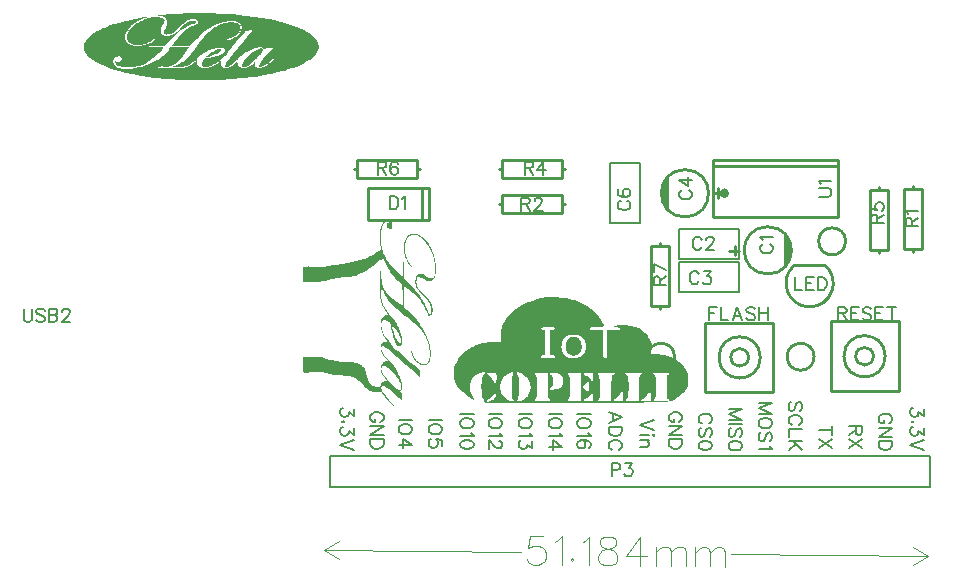
<source format=gto>
G04 Layer: TopSilkscreenLayer*
G04 EasyEDA v6.5.48, 2025-03-08 11:52:12*
G04 30e90ac5d70944fe866dc529022a22e9,369c048249c94b259d5cf78f180de413,10*
G04 Gerber Generator version 0.2*
G04 Scale: 100 percent, Rotated: No, Reflected: No *
G04 Dimensions in millimeters *
G04 leading zeros omitted , absolute positions ,4 integer and 5 decimal *
%FSLAX45Y45*%
%MOMM*%

%ADD10C,0.2032*%
%ADD11C,0.1016*%
%ADD12C,0.1524*%
%ADD13C,0.2540*%
%ADD14C,0.2007*%
%ADD15C,0.2286*%
%ADD16C,0.4000*%
%ADD17C,0.0146*%

%LPD*%
G36*
X4121048Y-3279952D02*
G01*
X4109923Y-3280257D01*
X4099763Y-3280867D01*
X4090212Y-3281832D01*
X4080967Y-3283204D01*
X4071721Y-3284982D01*
X4062120Y-3287268D01*
X4051757Y-3290062D01*
X4027678Y-3297377D01*
X3994302Y-3308146D01*
X3961485Y-3319373D01*
X3947210Y-3324606D01*
X3934206Y-3329686D01*
X3922268Y-3334664D01*
X3911295Y-3339592D01*
X3901084Y-3344621D01*
X3891534Y-3349802D01*
X3882440Y-3355136D01*
X3873652Y-3360775D01*
X3865067Y-3366719D01*
X3856482Y-3373120D01*
X3847795Y-3379978D01*
X3835958Y-3389782D01*
X3824732Y-3399637D01*
X3814114Y-3409442D01*
X3804107Y-3419246D01*
X3794658Y-3429101D01*
X3785870Y-3438906D01*
X3777640Y-3448812D01*
X3770020Y-3458718D01*
X3763010Y-3468624D01*
X3756558Y-3478631D01*
X3750716Y-3488639D01*
X3745433Y-3498697D01*
X3740759Y-3508806D01*
X3736644Y-3519017D01*
X3733088Y-3529279D01*
X3730142Y-3539591D01*
X3727704Y-3550005D01*
X3725875Y-3560470D01*
X3724605Y-3571087D01*
X3723843Y-3581755D01*
X3723690Y-3592525D01*
X3724046Y-3603447D01*
X3727196Y-3655974D01*
X3643528Y-3660038D01*
X3627323Y-3661054D01*
X3612642Y-3662324D01*
X3599179Y-3663848D01*
X3586632Y-3665728D01*
X3574592Y-3668064D01*
X3562756Y-3670858D01*
X3550818Y-3674211D01*
X3538423Y-3678174D01*
X3525265Y-3682796D01*
X3511143Y-3688130D01*
X3497427Y-3693718D01*
X3484473Y-3699459D01*
X3472179Y-3705402D01*
X3460597Y-3711600D01*
X3449574Y-3718051D01*
X3439109Y-3724859D01*
X3429101Y-3731971D01*
X3419551Y-3739540D01*
X3410407Y-3747566D01*
X3401568Y-3756050D01*
X3393033Y-3765092D01*
X3384702Y-3774694D01*
X3379013Y-3781755D01*
X4064914Y-3781755D01*
X4066032Y-3775710D01*
X4069435Y-3771392D01*
X4075074Y-3768801D01*
X4082948Y-3767937D01*
X4087622Y-3767734D01*
X4089654Y-3767328D01*
X4091432Y-3766667D01*
X4093006Y-3765651D01*
X4094429Y-3764229D01*
X4095648Y-3762298D01*
X4096715Y-3759809D01*
X4097629Y-3756710D01*
X4099051Y-3748328D01*
X4100017Y-3736594D01*
X4100576Y-3720947D01*
X4100829Y-3700881D01*
X4100931Y-3633368D01*
X4100728Y-3610813D01*
X4100322Y-3593033D01*
X4099560Y-3579418D01*
X4098391Y-3569462D01*
X4097629Y-3565651D01*
X4096715Y-3562553D01*
X4095648Y-3560064D01*
X4094429Y-3558133D01*
X4093006Y-3556711D01*
X4091432Y-3555695D01*
X4089654Y-3554984D01*
X4085386Y-3554425D01*
X4082948Y-3554374D01*
X4075887Y-3553561D01*
X4070197Y-3551377D01*
X4066336Y-3548075D01*
X4064914Y-3544062D01*
X4065168Y-3542131D01*
X4066082Y-3540455D01*
X4067606Y-3538982D01*
X4069892Y-3537762D01*
X4072940Y-3536696D01*
X4076954Y-3535832D01*
X4081881Y-3535121D01*
X4087825Y-3534562D01*
X4103166Y-3533901D01*
X4123486Y-3533698D01*
X4143806Y-3533901D01*
X4159097Y-3534562D01*
X4165092Y-3535121D01*
X4170019Y-3535832D01*
X4173982Y-3536696D01*
X4177080Y-3537762D01*
X4179315Y-3538982D01*
X4180890Y-3540455D01*
X4181754Y-3542131D01*
X4182008Y-3544062D01*
X4180484Y-3548379D01*
X4176014Y-3551631D01*
X4168901Y-3553663D01*
X4159504Y-3554374D01*
X4136999Y-3554374D01*
X4136999Y-3697122D01*
X4236059Y-3697122D01*
X4236262Y-3689654D01*
X4236872Y-3682390D01*
X4237888Y-3675227D01*
X4239310Y-3668268D01*
X4241088Y-3661511D01*
X4243222Y-3654958D01*
X4245711Y-3648710D01*
X4248505Y-3642664D01*
X4251706Y-3636975D01*
X4255160Y-3631539D01*
X4258970Y-3626510D01*
X4263034Y-3621786D01*
X4267403Y-3617468D01*
X4272076Y-3613505D01*
X4277004Y-3610000D01*
X4282135Y-3606952D01*
X4286808Y-3604717D01*
X4291888Y-3602736D01*
X4297324Y-3601008D01*
X4303064Y-3599535D01*
X4309160Y-3598265D01*
X4315409Y-3597300D01*
X4321860Y-3596589D01*
X4328464Y-3596132D01*
X4341876Y-3595928D01*
X4348581Y-3596182D01*
X4361840Y-3597503D01*
X4374438Y-3599738D01*
X4380382Y-3601262D01*
X4386072Y-3602990D01*
X4391406Y-3604920D01*
X4396333Y-3607155D01*
X4400804Y-3609594D01*
X4405325Y-3612489D01*
X4409541Y-3615690D01*
X4413554Y-3619093D01*
X4417263Y-3622801D01*
X4420768Y-3626713D01*
X4424019Y-3630879D01*
X4427016Y-3635298D01*
X4429709Y-3639921D01*
X4432198Y-3644747D01*
X4434382Y-3649776D01*
X4436313Y-3655060D01*
X4437989Y-3660495D01*
X4439361Y-3666134D01*
X4440478Y-3671976D01*
X4441342Y-3677970D01*
X4442155Y-3690518D01*
X4441799Y-3703675D01*
X4441240Y-3710432D01*
X4440377Y-3717036D01*
X4439208Y-3723335D01*
X4437837Y-3729329D01*
X4436160Y-3735120D01*
X4434179Y-3740607D01*
X4431893Y-3745839D01*
X4429353Y-3750818D01*
X4426559Y-3755593D01*
X4423410Y-3760063D01*
X4420006Y-3764330D01*
X4416247Y-3768344D01*
X4412234Y-3772154D01*
X4407865Y-3775710D01*
X4403191Y-3779062D01*
X4398213Y-3782161D01*
X4392930Y-3785057D01*
X4387342Y-3787749D01*
X4381398Y-3790238D01*
X4368495Y-3794556D01*
X4362907Y-3796029D01*
X4351731Y-3798112D01*
X4340707Y-3798976D01*
X4335272Y-3798976D01*
X4329887Y-3798722D01*
X4324604Y-3798163D01*
X4319371Y-3797350D01*
X4314190Y-3796284D01*
X4304182Y-3793439D01*
X4294632Y-3789578D01*
X4285538Y-3784803D01*
X4281220Y-3782110D01*
X4272991Y-3776065D01*
X4265422Y-3769207D01*
X4258564Y-3761587D01*
X4255414Y-3757523D01*
X4249775Y-3748887D01*
X4245000Y-3739591D01*
X4242968Y-3734765D01*
X4241190Y-3729736D01*
X4239666Y-3724605D01*
X4238396Y-3719372D01*
X4237380Y-3713937D01*
X4236669Y-3708450D01*
X4236212Y-3702862D01*
X4236059Y-3697122D01*
X4136999Y-3697122D01*
X4136999Y-3767937D01*
X4159504Y-3767937D01*
X4169968Y-3768699D01*
X4176928Y-3771036D01*
X4180840Y-3775303D01*
X4182008Y-3781755D01*
X4181856Y-3784600D01*
X4181348Y-3787038D01*
X4180230Y-3789121D01*
X4178503Y-3790797D01*
X4175963Y-3792169D01*
X4172458Y-3793286D01*
X4167835Y-3794099D01*
X4161993Y-3794709D01*
X4146042Y-3795369D01*
X4123486Y-3795522D01*
X4100880Y-3795369D01*
X4084929Y-3794709D01*
X4079087Y-3794099D01*
X4074515Y-3793286D01*
X4070959Y-3792169D01*
X4068419Y-3790797D01*
X4066692Y-3789121D01*
X4065625Y-3787038D01*
X4065066Y-3784600D01*
X4064914Y-3781755D01*
X3379013Y-3781755D01*
X3372510Y-3790289D01*
X3364534Y-3801516D01*
X3356559Y-3813454D01*
X3347872Y-3827119D01*
X3340760Y-3838905D01*
X3335070Y-3849217D01*
X3332683Y-3853992D01*
X3328873Y-3863086D01*
X3326079Y-3872026D01*
X3324148Y-3881221D01*
X3322980Y-3891178D01*
X3322421Y-3902405D01*
X3322269Y-3915410D01*
X3322421Y-3928872D01*
X3323132Y-3940962D01*
X3324504Y-3952697D01*
X3326536Y-3964127D01*
X3329178Y-3975303D01*
X3332479Y-3986225D01*
X3336493Y-3996893D01*
X3341166Y-4007358D01*
X3346602Y-4017568D01*
X3352698Y-4027627D01*
X3359505Y-4037533D01*
X3367074Y-4047286D01*
X3375355Y-4056887D01*
X3384448Y-4066387D01*
X3394303Y-4075785D01*
X3404920Y-4085132D01*
X3416300Y-4094378D01*
X3428492Y-4103624D01*
X3442360Y-4113479D01*
X3456686Y-4123232D01*
X3469741Y-4131818D01*
X3480917Y-4138828D01*
X3489604Y-4143857D01*
X3495294Y-4146550D01*
X3496767Y-4146905D01*
X3497783Y-4146245D01*
X3497884Y-4144365D01*
X3497173Y-4141368D01*
X3495649Y-4137456D01*
X3493363Y-4132681D01*
X3490417Y-4127195D01*
X3479139Y-4109008D01*
X3475888Y-4103370D01*
X3472992Y-4097731D01*
X3470452Y-4092092D01*
X3468268Y-4086402D01*
X3466388Y-4080611D01*
X3464814Y-4074718D01*
X3463594Y-4068673D01*
X3462629Y-4062425D01*
X3461969Y-4055922D01*
X3461562Y-4049166D01*
X3461562Y-4035145D01*
X3461867Y-4028440D01*
X3463290Y-4015689D01*
X3464306Y-4009644D01*
X3467150Y-3998163D01*
X3471011Y-3987444D01*
X3473348Y-3982364D01*
X3475939Y-3977436D01*
X3478784Y-3972661D01*
X3481933Y-3968038D01*
X3485387Y-3963568D01*
X3489096Y-3959199D01*
X3497376Y-3950817D01*
X3506927Y-3942842D01*
X3516934Y-3935679D01*
X3521811Y-3932631D01*
X3531717Y-3927246D01*
X3541572Y-3922826D01*
X3551072Y-3919321D01*
X3560064Y-3916781D01*
X3568192Y-3915206D01*
X3571900Y-3914749D01*
X3578351Y-3914648D01*
X3581044Y-3914952D01*
X3583330Y-3915511D01*
X3585260Y-3916273D01*
X3586683Y-3917289D01*
X3587648Y-3918610D01*
X3588054Y-3920134D01*
X3587953Y-3921861D01*
X3587597Y-3922877D01*
X3605580Y-3922877D01*
X3606596Y-3918356D01*
X3610305Y-3916375D01*
X3617366Y-3916883D01*
X3634333Y-3921150D01*
X3639820Y-3922166D01*
X3645204Y-3922776D01*
X3650335Y-3922928D01*
X3655314Y-3922674D01*
X3660140Y-3921963D01*
X3664762Y-3920845D01*
X3672992Y-3917797D01*
X3676192Y-3916832D01*
X3678885Y-3916476D01*
X3681018Y-3916832D01*
X3682746Y-3918051D01*
X3684066Y-3920236D01*
X3685082Y-3923537D01*
X3685743Y-3928059D01*
X3686200Y-3933901D01*
X3686606Y-3950055D01*
X3686454Y-3970375D01*
X3685997Y-3979418D01*
X3685286Y-3987698D01*
X3684320Y-3994861D01*
X3683203Y-4000804D01*
X3681882Y-4005275D01*
X3680409Y-4008120D01*
X3678834Y-4009085D01*
X3676954Y-4008475D01*
X3674567Y-4006646D01*
X3671824Y-4003751D01*
X3668776Y-3999941D01*
X3665524Y-3995369D01*
X3662172Y-3990086D01*
X3652062Y-3971645D01*
X3648151Y-3965397D01*
X3643934Y-3959453D01*
X3639515Y-3953967D01*
X3635044Y-3949141D01*
X3630676Y-3945077D01*
X3626561Y-3941927D01*
X3616096Y-3936339D01*
X3610610Y-3931970D01*
X3606901Y-3927297D01*
X3605580Y-3922877D01*
X3587597Y-3922877D01*
X3587242Y-3923893D01*
X3585972Y-3926179D01*
X3584041Y-3928668D01*
X3581400Y-3931462D01*
X3578098Y-3934460D01*
X3574034Y-3937711D01*
X3572408Y-3939387D01*
X3570833Y-3941724D01*
X3569411Y-3944721D01*
X3568039Y-3948328D01*
X3565651Y-3957218D01*
X3563620Y-3968038D01*
X3561994Y-3980535D01*
X3560673Y-3994302D01*
X3559810Y-4008983D01*
X3559301Y-4024376D01*
X3559149Y-4038092D01*
X3717493Y-4038092D01*
X3718153Y-4025900D01*
X3719931Y-4013657D01*
X3721252Y-4007561D01*
X3723233Y-4000246D01*
X3725418Y-3993337D01*
X3727856Y-3986733D01*
X3730599Y-3980434D01*
X3733596Y-3974490D01*
X3736898Y-3968851D01*
X3740505Y-3963517D01*
X3744417Y-3958437D01*
X3748633Y-3953611D01*
X3753205Y-3949090D01*
X3758133Y-3944721D01*
X3763416Y-3940657D01*
X3769106Y-3936746D01*
X3775151Y-3933037D01*
X3781602Y-3929481D01*
X3797198Y-3922115D01*
X3804767Y-3918864D01*
X3816654Y-3914648D01*
X3821023Y-3913682D01*
X3824376Y-3913479D01*
X3826764Y-3913987D01*
X3828237Y-3915308D01*
X3828796Y-3917340D01*
X3828542Y-3920185D01*
X3827475Y-3923792D01*
X3824528Y-3930904D01*
X3822547Y-3938828D01*
X3820769Y-3949547D01*
X3819194Y-3962603D01*
X3817823Y-3977538D01*
X3816705Y-3993946D01*
X3815181Y-4029049D01*
X3814724Y-4064355D01*
X3814876Y-4080916D01*
X3815334Y-4096105D01*
X3816096Y-4109516D01*
X3817162Y-4120642D01*
X3818534Y-4129024D01*
X3819347Y-4132021D01*
X3820261Y-4134205D01*
X3821226Y-4135475D01*
X3824935Y-4139234D01*
X3827932Y-4144060D01*
X3829964Y-4149344D01*
X3830726Y-4154525D01*
X3830370Y-4157472D01*
X3856634Y-4157472D01*
X3856786Y-4155033D01*
X3858310Y-4152137D01*
X3861257Y-4148734D01*
X3865727Y-4144924D01*
X3866794Y-4143654D01*
X3867759Y-4141622D01*
X3868724Y-4138828D01*
X3870401Y-4131208D01*
X3871874Y-4121150D01*
X3873144Y-4109059D01*
X3874160Y-4095292D01*
X3874973Y-4080205D01*
X3875836Y-4047744D01*
X3875735Y-4014622D01*
X3874719Y-3983939D01*
X3873804Y-3970426D01*
X3872687Y-3958691D01*
X3871315Y-3949039D01*
X3869690Y-3941927D01*
X3868775Y-3939438D01*
X3867810Y-3937660D01*
X3863289Y-3934256D01*
X3860393Y-3930700D01*
X3858463Y-3926484D01*
X3857751Y-3922115D01*
X3858209Y-3919169D01*
X3859428Y-3916984D01*
X3861460Y-3915410D01*
X3864152Y-3914546D01*
X3867505Y-3914292D01*
X3871468Y-3914648D01*
X3875989Y-3915613D01*
X3880967Y-3917137D01*
X3886352Y-3919270D01*
X3892143Y-3921912D01*
X3898239Y-3925062D01*
X3904640Y-3928770D01*
X3911193Y-3932885D01*
X3917950Y-3937508D01*
X3931615Y-3948023D01*
X3940098Y-3955745D01*
X3944010Y-3959809D01*
X3951071Y-3968242D01*
X3957167Y-3977081D01*
X3959910Y-3981653D01*
X3964635Y-3991051D01*
X3968445Y-4000703D01*
X3971391Y-4010609D01*
X3973423Y-4020667D01*
X3974592Y-4030776D01*
X3974846Y-4035856D01*
X3974693Y-4046067D01*
X3973677Y-4056227D01*
X3971848Y-4066235D01*
X3970629Y-4071213D01*
X3967530Y-4080967D01*
X3965701Y-4085793D01*
X3961384Y-4095140D01*
X3956304Y-4104182D01*
X3950411Y-4112869D01*
X3943705Y-4121048D01*
X3936288Y-4128770D01*
X3928110Y-4135882D01*
X3919169Y-4142384D01*
X3909466Y-4148175D01*
X3903497Y-4151223D01*
X4005884Y-4151223D01*
X4005884Y-4149344D01*
X4006799Y-4147261D01*
X4008729Y-4145026D01*
X4011625Y-4142587D01*
X4017365Y-4138472D01*
X4019143Y-4136644D01*
X4020667Y-4134358D01*
X4022090Y-4131513D01*
X4023309Y-4128160D01*
X4024426Y-4124147D01*
X4025392Y-4119422D01*
X4026865Y-4107738D01*
X4027932Y-4092549D01*
X4028592Y-4073398D01*
X4028846Y-4049826D01*
X4028846Y-4025900D01*
X4028490Y-4006443D01*
X4027881Y-3988815D01*
X4026915Y-3973322D01*
X4025747Y-3960164D01*
X4024325Y-3949649D01*
X4022699Y-3942079D01*
X4021785Y-3939438D01*
X4020870Y-3937660D01*
X4019905Y-3936746D01*
X4016197Y-3934815D01*
X4013403Y-3932986D01*
X4011523Y-3931259D01*
X4010507Y-3929634D01*
X4010456Y-3928110D01*
X4011218Y-3926687D01*
X4012895Y-3925366D01*
X4015384Y-3924198D01*
X4018737Y-3923131D01*
X4027932Y-3921404D01*
X4040378Y-3920236D01*
X4055973Y-3919626D01*
X4118965Y-3919524D01*
X4119133Y-4056126D01*
X4137202Y-4056126D01*
X4138472Y-4053535D01*
X4141114Y-4050537D01*
X4145127Y-4047236D01*
X4150461Y-4043527D01*
X4153763Y-4040835D01*
X4156557Y-4037177D01*
X4158894Y-4032453D01*
X4160774Y-4026662D01*
X4162196Y-4019804D01*
X4163212Y-4011726D01*
X4163822Y-4002430D01*
X4163974Y-3991864D01*
X4163822Y-3981297D01*
X4163212Y-3972001D01*
X4162196Y-3963924D01*
X4160774Y-3957065D01*
X4158894Y-3951274D01*
X4156557Y-3946601D01*
X4153763Y-3942892D01*
X4150461Y-3940200D01*
X4145584Y-3936898D01*
X4141876Y-3933850D01*
X4139336Y-3931107D01*
X4137964Y-3928668D01*
X4137761Y-3926535D01*
X4138726Y-3924655D01*
X4140860Y-3923080D01*
X4144213Y-3921810D01*
X4148683Y-3920794D01*
X4154322Y-3920083D01*
X4161180Y-3919677D01*
X4174998Y-3919626D01*
X4180484Y-3919982D01*
X4190746Y-3921506D01*
X4195622Y-3922674D01*
X4200347Y-3924198D01*
X4205020Y-3925976D01*
X4214317Y-3930650D01*
X4219041Y-3933545D01*
X4228846Y-3940505D01*
X4239514Y-3949090D01*
X4243578Y-3952849D01*
X4246829Y-3956405D01*
X4249369Y-3960012D01*
X4251248Y-3963670D01*
X4252518Y-3967632D01*
X4253280Y-3971950D01*
X4253534Y-3976827D01*
X4253331Y-3982415D01*
X4251909Y-3996182D01*
X4250994Y-4002430D01*
X4249826Y-4008272D01*
X4248404Y-4013758D01*
X4246676Y-4018940D01*
X4244695Y-4023766D01*
X4242409Y-4028236D01*
X4239818Y-4032453D01*
X4236923Y-4036314D01*
X4233722Y-4039920D01*
X4230166Y-4043222D01*
X4226306Y-4046220D01*
X4222089Y-4048963D01*
X4217466Y-4051452D01*
X4212488Y-4053687D01*
X4207154Y-4055668D01*
X4201414Y-4057396D01*
X4195267Y-4058920D01*
X4188714Y-4060240D01*
X4181754Y-4061307D01*
X4165193Y-4062984D01*
X4157370Y-4063288D01*
X4150766Y-4063136D01*
X4145432Y-4062577D01*
X4141419Y-4061561D01*
X4138676Y-4060139D01*
X4137253Y-4058361D01*
X4137202Y-4056126D01*
X4119133Y-4056126D01*
X4119829Y-4086555D01*
X4120591Y-4100677D01*
X4121607Y-4112158D01*
X4122978Y-4121302D01*
X4124706Y-4128312D01*
X4126839Y-4133596D01*
X4128058Y-4135628D01*
X4129379Y-4137355D01*
X4130801Y-4138777D01*
X4136237Y-4142587D01*
X4139133Y-4145026D01*
X4141012Y-4147261D01*
X4141978Y-4149344D01*
X4141978Y-4151020D01*
X4285081Y-4151020D01*
X4285183Y-4149140D01*
X4286199Y-4147108D01*
X4288129Y-4144873D01*
X4290974Y-4142486D01*
X4296613Y-4138472D01*
X4298340Y-4136644D01*
X4299915Y-4134358D01*
X4301286Y-4131513D01*
X4302556Y-4128160D01*
X4303623Y-4124147D01*
X4304588Y-4119422D01*
X4306112Y-4107738D01*
X4307128Y-4092549D01*
X4307789Y-4073398D01*
X4308094Y-4049826D01*
X4308043Y-4025900D01*
X4307738Y-4006443D01*
X4307078Y-3988815D01*
X4306163Y-3973322D01*
X4304944Y-3960164D01*
X4303522Y-3949649D01*
X4302760Y-3945483D01*
X4301032Y-3939438D01*
X4300067Y-3937660D01*
X4299102Y-3936746D01*
X4295394Y-3934815D01*
X4292600Y-3932986D01*
X4290720Y-3931259D01*
X4289755Y-3929634D01*
X4289653Y-3928110D01*
X4290466Y-3926687D01*
X4292092Y-3925366D01*
X4294632Y-3924198D01*
X4297984Y-3923131D01*
X4302150Y-3922217D01*
X4312970Y-3920744D01*
X4326991Y-3919829D01*
X4344162Y-3919524D01*
X4398162Y-3919524D01*
X4398162Y-3929075D01*
X4425188Y-3929075D01*
X4425797Y-3926738D01*
X4427524Y-3924757D01*
X4430522Y-3923080D01*
X4434789Y-3921760D01*
X4440377Y-3920794D01*
X4447387Y-3920083D01*
X4455820Y-3919677D01*
X4506264Y-3919524D01*
X4506264Y-3928567D01*
X4543399Y-3928567D01*
X4543501Y-3926890D01*
X4544517Y-3925417D01*
X4546549Y-3924147D01*
X4549546Y-3923080D01*
X4553559Y-3922166D01*
X4558690Y-3921404D01*
X4572355Y-3920286D01*
X4590796Y-3919728D01*
X4614367Y-3919524D01*
X4633468Y-3919728D01*
X4650638Y-3920388D01*
X4665268Y-3921353D01*
X4676546Y-3922572D01*
X4680712Y-3923284D01*
X4683810Y-3924046D01*
X4685741Y-3924858D01*
X4686401Y-3925671D01*
X4685455Y-3928059D01*
X4775708Y-3928059D01*
X4776165Y-3926992D01*
X4777384Y-3925976D01*
X4779365Y-3925011D01*
X4782108Y-3924096D01*
X4789779Y-3922522D01*
X4800346Y-3921251D01*
X4813706Y-3920286D01*
X4829810Y-3919728D01*
X4848555Y-3919524D01*
X4867656Y-3919728D01*
X4884826Y-3920388D01*
X4899456Y-3921353D01*
X4910734Y-3922572D01*
X4914900Y-3923284D01*
X4917998Y-3924046D01*
X4919929Y-3924858D01*
X4920589Y-3925671D01*
X4919603Y-3928160D01*
X5009946Y-3928160D01*
X5010302Y-3927094D01*
X5011369Y-3926027D01*
X5013198Y-3925062D01*
X5015738Y-3924147D01*
X5022900Y-3922572D01*
X5032857Y-3921302D01*
X5045405Y-3920337D01*
X5060594Y-3919728D01*
X5078222Y-3919524D01*
X5096154Y-3919778D01*
X5112258Y-3920439D01*
X5125923Y-3921455D01*
X5136540Y-3922725D01*
X5140452Y-3923487D01*
X5143347Y-3924300D01*
X5145176Y-3925112D01*
X5145786Y-3926027D01*
X5145074Y-3928872D01*
X5143144Y-3931818D01*
X5140248Y-3934612D01*
X5136794Y-3936746D01*
X5135778Y-3937711D01*
X5134864Y-3939540D01*
X5133949Y-3942232D01*
X5132324Y-3950055D01*
X5130901Y-3960977D01*
X5129682Y-3974642D01*
X5128768Y-3990848D01*
X5128158Y-4009288D01*
X5127802Y-4029659D01*
X5127802Y-4051808D01*
X5128107Y-4072585D01*
X5128717Y-4090924D01*
X5129631Y-4106621D01*
X5130800Y-4119473D01*
X5132222Y-4129328D01*
X5132984Y-4133138D01*
X5133848Y-4136085D01*
X5134762Y-4138269D01*
X5135727Y-4139539D01*
X5136794Y-4139996D01*
X5140248Y-4140809D01*
X5143144Y-4143044D01*
X5145074Y-4146296D01*
X5145786Y-4150309D01*
X5145481Y-4152239D01*
X5144617Y-4153915D01*
X5142992Y-4155389D01*
X5140655Y-4156659D01*
X5137404Y-4157675D01*
X5133289Y-4158538D01*
X5128107Y-4159250D01*
X5114391Y-4160215D01*
X5095697Y-4160621D01*
X5075834Y-4160621D01*
X5059883Y-4160316D01*
X5045506Y-4159758D01*
X5033314Y-4158945D01*
X5024069Y-4157979D01*
X5018328Y-4156913D01*
X5017008Y-4156303D01*
X5015839Y-4153509D01*
X5016855Y-4148988D01*
X5019852Y-4143501D01*
X5026050Y-4135424D01*
X5027574Y-4132630D01*
X5028946Y-4129227D01*
X5030266Y-4125214D01*
X5032552Y-4115663D01*
X5034534Y-4104182D01*
X5036159Y-4091228D01*
X5037378Y-4077106D01*
X5038242Y-4062069D01*
X5038750Y-4046575D01*
X5038953Y-4030878D01*
X5038750Y-4015282D01*
X5038140Y-4000195D01*
X5037226Y-3985920D01*
X5035956Y-3972814D01*
X5034330Y-3961129D01*
X5032298Y-3951274D01*
X5031181Y-3947109D01*
X5029962Y-3943502D01*
X5028641Y-3940556D01*
X5027269Y-3938270D01*
X5025745Y-3936644D01*
X5024170Y-3935780D01*
X5016246Y-3933088D01*
X5013502Y-3931767D01*
X5011572Y-3930497D01*
X5010353Y-3929329D01*
X5009946Y-3928160D01*
X4919603Y-3928160D01*
X4916627Y-3931208D01*
X4912309Y-3933748D01*
X4905451Y-3936441D01*
X4903978Y-3937304D01*
X4902606Y-3938574D01*
X4901387Y-3940149D01*
X4900218Y-3942130D01*
X4898288Y-3947566D01*
X4896764Y-3955135D01*
X4895596Y-3965143D01*
X4894681Y-3978046D01*
X4894122Y-3994048D01*
X4893614Y-4036974D01*
X4893564Y-4152087D01*
X4912614Y-4152087D01*
X4912817Y-4150004D01*
X4913934Y-4147718D01*
X4915916Y-4145178D01*
X4918811Y-4142384D01*
X4922621Y-4139387D01*
X4937404Y-4129582D01*
X4942078Y-4125976D01*
X4946700Y-4121861D01*
X4951272Y-4117441D01*
X4955540Y-4112768D01*
X4959451Y-4107992D01*
X4962804Y-4103370D01*
X4968697Y-4093311D01*
X4971694Y-4088637D01*
X4974488Y-4084929D01*
X4977130Y-4082084D01*
X4979517Y-4080205D01*
X4981752Y-4079240D01*
X4983784Y-4079138D01*
X4985613Y-4080001D01*
X4987239Y-4081729D01*
X4988661Y-4084421D01*
X4989880Y-4087977D01*
X4990896Y-4092448D01*
X4991658Y-4097832D01*
X4992217Y-4104081D01*
X4992674Y-4119321D01*
X4992674Y-4160672D01*
X4944059Y-4160570D01*
X4936896Y-4160265D01*
X4930698Y-4159758D01*
X4925364Y-4158996D01*
X4920996Y-4158081D01*
X4917541Y-4156913D01*
X4915001Y-4155490D01*
X4913376Y-4153915D01*
X4912614Y-4152087D01*
X4893564Y-4152087D01*
X4893564Y-4160672D01*
X4830216Y-4160621D01*
X4812131Y-4160215D01*
X4798568Y-4159250D01*
X4793386Y-4158538D01*
X4789220Y-4157624D01*
X4786020Y-4156456D01*
X4783734Y-4155135D01*
X4782362Y-4153509D01*
X4781804Y-4151629D01*
X4782058Y-4149445D01*
X4783074Y-4147007D01*
X4784801Y-4144213D01*
X4787239Y-4141063D01*
X4790338Y-4137558D01*
X4791862Y-4135424D01*
X4793386Y-4132630D01*
X4794758Y-4129227D01*
X4796078Y-4125214D01*
X4798364Y-4115663D01*
X4800346Y-4104182D01*
X4801971Y-4091228D01*
X4803190Y-4077106D01*
X4804054Y-4062069D01*
X4804562Y-4046575D01*
X4804765Y-4030878D01*
X4804562Y-4015282D01*
X4803952Y-4000195D01*
X4803038Y-3985920D01*
X4801768Y-3972814D01*
X4800142Y-3961129D01*
X4798110Y-3951274D01*
X4796993Y-3947109D01*
X4795774Y-3943502D01*
X4794453Y-3940556D01*
X4793081Y-3938270D01*
X4791557Y-3936644D01*
X4789982Y-3935780D01*
X4785563Y-3934409D01*
X4781956Y-3933037D01*
X4779162Y-3931716D01*
X4777232Y-3930446D01*
X4776063Y-3929227D01*
X4775708Y-3928059D01*
X4685455Y-3928059D01*
X4682439Y-3931208D01*
X4678172Y-3933748D01*
X4671263Y-3936441D01*
X4669790Y-3937304D01*
X4668418Y-3938574D01*
X4667199Y-3940149D01*
X4666030Y-3942130D01*
X4664100Y-3947566D01*
X4662576Y-3955135D01*
X4661408Y-3965143D01*
X4660493Y-3978046D01*
X4659934Y-3994048D01*
X4659426Y-4036974D01*
X4659376Y-4152087D01*
X4678426Y-4152087D01*
X4678629Y-4150004D01*
X4679746Y-4147718D01*
X4681728Y-4145178D01*
X4684623Y-4142384D01*
X4688433Y-4139387D01*
X4703216Y-4129582D01*
X4707890Y-4125976D01*
X4712512Y-4121861D01*
X4717084Y-4117441D01*
X4721352Y-4112768D01*
X4725263Y-4107992D01*
X4728616Y-4103370D01*
X4734509Y-4093311D01*
X4737506Y-4088637D01*
X4740300Y-4084929D01*
X4742942Y-4082084D01*
X4745380Y-4080205D01*
X4747564Y-4079240D01*
X4749596Y-4079138D01*
X4751425Y-4080001D01*
X4753051Y-4081729D01*
X4754473Y-4084421D01*
X4755692Y-4087977D01*
X4756658Y-4092448D01*
X4757470Y-4097832D01*
X4758029Y-4104081D01*
X4758486Y-4119321D01*
X4758486Y-4160672D01*
X4709871Y-4160570D01*
X4702708Y-4160265D01*
X4696510Y-4159758D01*
X4691227Y-4158996D01*
X4686808Y-4158081D01*
X4683353Y-4156913D01*
X4680813Y-4155490D01*
X4679188Y-4153915D01*
X4678426Y-4152087D01*
X4659376Y-4152087D01*
X4659376Y-4160672D01*
X4596434Y-4160621D01*
X4578807Y-4160164D01*
X4565294Y-4159250D01*
X4555591Y-4157726D01*
X4552137Y-4156710D01*
X4549546Y-4155490D01*
X4547819Y-4154119D01*
X4546904Y-4152544D01*
X4546752Y-4150715D01*
X4547412Y-4148683D01*
X4548784Y-4146448D01*
X4550867Y-4143959D01*
X4553661Y-4141215D01*
X4554728Y-4139793D01*
X4555794Y-4137609D01*
X4556760Y-4134713D01*
X4558487Y-4127093D01*
X4559909Y-4117238D01*
X4561078Y-4105503D01*
X4561941Y-4092244D01*
X4562551Y-4077766D01*
X4562906Y-4062425D01*
X4562856Y-4030624D01*
X4561738Y-3999585D01*
X4560824Y-3985209D01*
X4559655Y-3972102D01*
X4558233Y-3960571D01*
X4556607Y-3950919D01*
X4554677Y-3943553D01*
X4553661Y-3940860D01*
X4552594Y-3938828D01*
X4551426Y-3937558D01*
X4548225Y-3934968D01*
X4545838Y-3932580D01*
X4544161Y-3930497D01*
X4543399Y-3928567D01*
X4506264Y-3928567D01*
X4506112Y-3960876D01*
X4505756Y-3967327D01*
X4504283Y-3978300D01*
X4503267Y-3982516D01*
X4502150Y-3985666D01*
X4500880Y-3987698D01*
X4499508Y-3988358D01*
X4495647Y-3986682D01*
X4490110Y-3982110D01*
X4483608Y-3975303D01*
X4473346Y-3962704D01*
X4469333Y-3958488D01*
X4465015Y-3954576D01*
X4460443Y-3950970D01*
X4455871Y-3947820D01*
X4451350Y-3945229D01*
X4447082Y-3943350D01*
X4436160Y-3940048D01*
X4430471Y-3936847D01*
X4426610Y-3933037D01*
X4425188Y-3929075D01*
X4398162Y-3929075D01*
X4398162Y-4036669D01*
X4417923Y-4036669D01*
X4420158Y-4031386D01*
X4432655Y-4018940D01*
X4438192Y-4012387D01*
X4442968Y-4005834D01*
X4448352Y-3996131D01*
X4450486Y-3993184D01*
X4452569Y-3991152D01*
X4454652Y-3990086D01*
X4456734Y-3989933D01*
X4458716Y-3990594D01*
X4460595Y-3992067D01*
X4462373Y-3994302D01*
X4464050Y-3997299D01*
X4465574Y-4001058D01*
X4466894Y-4005478D01*
X4468063Y-4010558D01*
X4468977Y-4016248D01*
X4470095Y-4029303D01*
X4470247Y-4036669D01*
X4470095Y-4043984D01*
X4468977Y-4057091D01*
X4468063Y-4062780D01*
X4466894Y-4067810D01*
X4465574Y-4072229D01*
X4464050Y-4075988D01*
X4462373Y-4078986D01*
X4460595Y-4081272D01*
X4458716Y-4082745D01*
X4456734Y-4083405D01*
X4454652Y-4083202D01*
X4452569Y-4082135D01*
X4450486Y-4080154D01*
X4448352Y-4077208D01*
X4442968Y-4067454D01*
X4438192Y-4060901D01*
X4432655Y-4054398D01*
X4420158Y-4041901D01*
X4417923Y-4036669D01*
X4398162Y-4036669D01*
X4398162Y-4150817D01*
X4425188Y-4150817D01*
X4426610Y-4146600D01*
X4430369Y-4142587D01*
X4435957Y-4139082D01*
X4446676Y-4135323D01*
X4451096Y-4133138D01*
X4455871Y-4130192D01*
X4460798Y-4126687D01*
X4465828Y-4122623D01*
X4470704Y-4118203D01*
X4475327Y-4113479D01*
X4487265Y-4099407D01*
X4494174Y-4091838D01*
X4499508Y-4086758D01*
X4502505Y-4084878D01*
X4503267Y-4085640D01*
X4503978Y-4087876D01*
X4505147Y-4096004D01*
X4505960Y-4108043D01*
X4506264Y-4122775D01*
X4506264Y-4160672D01*
X4455617Y-4160520D01*
X4447082Y-4160113D01*
X4440072Y-4159402D01*
X4434535Y-4158386D01*
X4430318Y-4157014D01*
X4427423Y-4155338D01*
X4425746Y-4153255D01*
X4425188Y-4150817D01*
X4398162Y-4150817D01*
X4398162Y-4160672D01*
X4334560Y-4160570D01*
X4317238Y-4159961D01*
X4303623Y-4158691D01*
X4298238Y-4157827D01*
X4293768Y-4156811D01*
X4290212Y-4155592D01*
X4287570Y-4154220D01*
X4285843Y-4152696D01*
X4285081Y-4151020D01*
X4141978Y-4151020D01*
X4140962Y-4152900D01*
X4138929Y-4154424D01*
X4135882Y-4155795D01*
X4131818Y-4156964D01*
X4126737Y-4157979D01*
X4113377Y-4159504D01*
X4095851Y-4160367D01*
X4073906Y-4160672D01*
X4052011Y-4160367D01*
X4034434Y-4159504D01*
X4021124Y-4157979D01*
X4016044Y-4156964D01*
X4011980Y-4155795D01*
X4008932Y-4154424D01*
X4006900Y-4152900D01*
X4005884Y-4151223D01*
X3903497Y-4151223D01*
X3893616Y-4155490D01*
X3886047Y-4158132D01*
X3879138Y-4160012D01*
X3872992Y-4161180D01*
X3867708Y-4161688D01*
X3863340Y-4161536D01*
X3859936Y-4160774D01*
X3857701Y-4159402D01*
X3856634Y-4157472D01*
X3830370Y-4157472D01*
X3829304Y-4159859D01*
X3827526Y-4161637D01*
X3825138Y-4162806D01*
X3822192Y-4163415D01*
X3818686Y-4163466D01*
X3814673Y-4163009D01*
X3810203Y-4161993D01*
X3805275Y-4160418D01*
X3800043Y-4158386D01*
X3794455Y-4155795D01*
X3788562Y-4152747D01*
X3782415Y-4149242D01*
X3776065Y-4145229D01*
X3769512Y-4140758D01*
X3762908Y-4135882D01*
X3758387Y-4132224D01*
X3754120Y-4128363D01*
X3746195Y-4119981D01*
X3739184Y-4110786D01*
X3733088Y-4100880D01*
X3730396Y-4095750D01*
X3727958Y-4090415D01*
X3725773Y-4084980D01*
X3722115Y-4073753D01*
X3720693Y-4067962D01*
X3719525Y-4062120D01*
X3717950Y-4050233D01*
X3717594Y-4044187D01*
X3717493Y-4038092D01*
X3559149Y-4038092D01*
X3559200Y-4047896D01*
X3559657Y-4063390D01*
X3560419Y-4078376D01*
X3561587Y-4092498D01*
X3563162Y-4105452D01*
X3565042Y-4116933D01*
X3567328Y-4126534D01*
X3568598Y-4130548D01*
X3569970Y-4134002D01*
X3571443Y-4136796D01*
X3573018Y-4138929D01*
X3579825Y-4144822D01*
X3583432Y-4150309D01*
X3585108Y-4156151D01*
X3585032Y-4156964D01*
X3605885Y-4156964D01*
X3606952Y-4154119D01*
X3609136Y-4150969D01*
X3612387Y-4147565D01*
X3616706Y-4144060D01*
X3622090Y-4140504D01*
X3633317Y-4134307D01*
X3638194Y-4131208D01*
X3643020Y-4127652D01*
X3647643Y-4123893D01*
X3651910Y-4119981D01*
X3655720Y-4116070D01*
X3658971Y-4112260D01*
X3665982Y-4101947D01*
X3670452Y-4096969D01*
X3674668Y-4093768D01*
X3678529Y-4092346D01*
X3681831Y-4092752D01*
X3684371Y-4094987D01*
X3686048Y-4099051D01*
X3686606Y-4104995D01*
X3686149Y-4108399D01*
X3684879Y-4112158D01*
X3682847Y-4116222D01*
X3680104Y-4120489D01*
X3676802Y-4124909D01*
X3672941Y-4129430D01*
X3668674Y-4133951D01*
X3664000Y-4138422D01*
X3653993Y-4146804D01*
X3648760Y-4150563D01*
X3643477Y-4154017D01*
X3638245Y-4157014D01*
X3633165Y-4159504D01*
X3628288Y-4161383D01*
X3623665Y-4162653D01*
X3617772Y-4163517D01*
X3613048Y-4163517D01*
X3609543Y-4162806D01*
X3607155Y-4161383D01*
X3605987Y-4159402D01*
X3605885Y-4156964D01*
X3585032Y-4156964D01*
X3584600Y-4161586D01*
X3583838Y-4164990D01*
X3584194Y-4167886D01*
X3585921Y-4170273D01*
X3589070Y-4172305D01*
X3593947Y-4174083D01*
X3600653Y-4175607D01*
X3609390Y-4177029D01*
X3622548Y-4178554D01*
X3633774Y-4179011D01*
X3678478Y-4179620D01*
X3715613Y-4179824D01*
X3878529Y-4179824D01*
X4014673Y-4179417D01*
X4178554Y-4178554D01*
X4750968Y-4174134D01*
X4898796Y-4172407D01*
X4957927Y-4171391D01*
X5008372Y-4170172D01*
X5050840Y-4168698D01*
X5086299Y-4166920D01*
X5115509Y-4164736D01*
X5128006Y-4163466D01*
X5144465Y-4161383D01*
X5154015Y-4159808D01*
X5164632Y-4157675D01*
X5173878Y-4155338D01*
X5183479Y-4152188D01*
X5191760Y-4148683D01*
X5196738Y-4146143D01*
X5201412Y-4143400D01*
X5210200Y-4137304D01*
X5241137Y-4112717D01*
X5252110Y-4103573D01*
X5262016Y-4094479D01*
X5270906Y-4085437D01*
X5278780Y-4076395D01*
X5285689Y-4067200D01*
X5291683Y-4057853D01*
X5296814Y-4048251D01*
X5301081Y-4038295D01*
X5304536Y-4027982D01*
X5307228Y-4017264D01*
X5309158Y-4005935D01*
X5310428Y-3994099D01*
X5310987Y-3981551D01*
X5310987Y-3967327D01*
X5310479Y-3953611D01*
X5309362Y-3941673D01*
X5308549Y-3936187D01*
X5306314Y-3926078D01*
X5303164Y-3916578D01*
X5298948Y-3907231D01*
X5293563Y-3897528D01*
X5286908Y-3887063D01*
X5279745Y-3876801D01*
X5272278Y-3866997D01*
X5264454Y-3857599D01*
X5256326Y-3848709D01*
X5247894Y-3840226D01*
X5239156Y-3832148D01*
X5230063Y-3824579D01*
X5220665Y-3817416D01*
X5210911Y-3810711D01*
X5200853Y-3804412D01*
X5190439Y-3798570D01*
X5179669Y-3793185D01*
X5168595Y-3788206D01*
X5157216Y-3783685D01*
X5145430Y-3779570D01*
X5133340Y-3775913D01*
X5120894Y-3772662D01*
X5108143Y-3769868D01*
X5094986Y-3767480D01*
X5081524Y-3765550D01*
X5067706Y-3764026D01*
X5053533Y-3762908D01*
X4997145Y-3759504D01*
X5000599Y-3703726D01*
X5001006Y-3690365D01*
X5000904Y-3684473D01*
X4999990Y-3673754D01*
X4999126Y-3668826D01*
X4998008Y-3663950D01*
X4996535Y-3659174D01*
X4994706Y-3654348D01*
X4992522Y-3649421D01*
X4986934Y-3638804D01*
X4979619Y-3626612D01*
X4971186Y-3613658D01*
X4966716Y-3607409D01*
X4956860Y-3594912D01*
X4946294Y-3582822D01*
X4935575Y-3571798D01*
X4930343Y-3566820D01*
X4925314Y-3562400D01*
X4920488Y-3558489D01*
X4916017Y-3555237D01*
X4907229Y-3549853D01*
X4897526Y-3544773D01*
X4887010Y-3539998D01*
X4875784Y-3535629D01*
X4863947Y-3531666D01*
X4851552Y-3528060D01*
X4838700Y-3524859D01*
X4825542Y-3522116D01*
X4812131Y-3519779D01*
X4798517Y-3517900D01*
X4784902Y-3516477D01*
X4771237Y-3515512D01*
X4757775Y-3515106D01*
X4744466Y-3515156D01*
X4731512Y-3515766D01*
X4718913Y-3516884D01*
X4706823Y-3518560D01*
X4695342Y-3520795D01*
X4654905Y-3530041D01*
X4703673Y-3532987D01*
X4712157Y-3533952D01*
X4718862Y-3535172D01*
X4723892Y-3536696D01*
X4727498Y-3538677D01*
X4729835Y-3541166D01*
X4731054Y-3544214D01*
X4731461Y-3547872D01*
X4731308Y-3550615D01*
X4730750Y-3552951D01*
X4729683Y-3554933D01*
X4728006Y-3556609D01*
X4725568Y-3557930D01*
X4722266Y-3558997D01*
X4717948Y-3559810D01*
X4712512Y-3560419D01*
X4697882Y-3561079D01*
X4677410Y-3561283D01*
X4623358Y-3561283D01*
X4623155Y-3733800D01*
X4622749Y-3753307D01*
X4621987Y-3768242D01*
X4620869Y-3779164D01*
X4620056Y-3783329D01*
X4619142Y-3786682D01*
X4618126Y-3789375D01*
X4616856Y-3791508D01*
X4615484Y-3793032D01*
X4613859Y-3794150D01*
X4612081Y-3794861D01*
X4607814Y-3795471D01*
X4602886Y-3795471D01*
X4598619Y-3794861D01*
X4596841Y-3794150D01*
X4595215Y-3793032D01*
X4593844Y-3791508D01*
X4592574Y-3789375D01*
X4591507Y-3786682D01*
X4589830Y-3779164D01*
X4588713Y-3768242D01*
X4587951Y-3753307D01*
X4587544Y-3733800D01*
X4587341Y-3561283D01*
X4522114Y-3561232D01*
X4504588Y-3560826D01*
X4497933Y-3560419D01*
X4492548Y-3559810D01*
X4488230Y-3558997D01*
X4484979Y-3557879D01*
X4482592Y-3556508D01*
X4480915Y-3554831D01*
X4479899Y-3552748D01*
X4479391Y-3550310D01*
X4479239Y-3547465D01*
X4479391Y-3544620D01*
X4479950Y-3542182D01*
X4481017Y-3540099D01*
X4482744Y-3538423D01*
X4485284Y-3537051D01*
X4488840Y-3535984D01*
X4493412Y-3535121D01*
X4499254Y-3534511D01*
X4515205Y-3533851D01*
X4553864Y-3533597D01*
X4567224Y-3533190D01*
X4577842Y-3532225D01*
X4582210Y-3531463D01*
X4585970Y-3530498D01*
X4589068Y-3529329D01*
X4591608Y-3527907D01*
X4593488Y-3526180D01*
X4594809Y-3524148D01*
X4595571Y-3521760D01*
X4595774Y-3519017D01*
X4595469Y-3515918D01*
X4594555Y-3512413D01*
X4593183Y-3508451D01*
X4588865Y-3499154D01*
X4582566Y-3487826D01*
X4566920Y-3462172D01*
X4560671Y-3453129D01*
X4553712Y-3443986D01*
X4546041Y-3434689D01*
X4537811Y-3425444D01*
X4529074Y-3416147D01*
X4519879Y-3407003D01*
X4510328Y-3397961D01*
X4500422Y-3389172D01*
X4490313Y-3380689D01*
X4480052Y-3372510D01*
X4469688Y-3364788D01*
X4459274Y-3357524D01*
X4448911Y-3350768D01*
X4438700Y-3344672D01*
X4428693Y-3339185D01*
X4418025Y-3333953D01*
X4406595Y-3328670D01*
X4384090Y-3319068D01*
X4372914Y-3314750D01*
X4350664Y-3306978D01*
X4339488Y-3303524D01*
X4328210Y-3300323D01*
X4316831Y-3297428D01*
X4305350Y-3294786D01*
X4281728Y-3290214D01*
X4257090Y-3286658D01*
X4231182Y-3283915D01*
X4203750Y-3282035D01*
X4172508Y-3280867D01*
X4140301Y-3280054D01*
G37*
G36*
X4338167Y-3617061D02*
G01*
X4330801Y-3617366D01*
X4323588Y-3618077D01*
X4316679Y-3619296D01*
X4310176Y-3620973D01*
X4305909Y-3622700D01*
X4301845Y-3625037D01*
X4297984Y-3627983D01*
X4294378Y-3631437D01*
X4291025Y-3635451D01*
X4287926Y-3639921D01*
X4285081Y-3644849D01*
X4282490Y-3650081D01*
X4280204Y-3655669D01*
X4278172Y-3661562D01*
X4276496Y-3667658D01*
X4275074Y-3673906D01*
X4274007Y-3680358D01*
X4273245Y-3686860D01*
X4272788Y-3693464D01*
X4272737Y-3700018D01*
X4272991Y-3706571D01*
X4273651Y-3712972D01*
X4274616Y-3719271D01*
X4275988Y-3725418D01*
X4277766Y-3731310D01*
X4279950Y-3736898D01*
X4282490Y-3742232D01*
X4285488Y-3747160D01*
X4288688Y-3751427D01*
X4292244Y-3755339D01*
X4296105Y-3758895D01*
X4300220Y-3762095D01*
X4304639Y-3764889D01*
X4309211Y-3767328D01*
X4313986Y-3769410D01*
X4318914Y-3771137D01*
X4323943Y-3772458D01*
X4329125Y-3773373D01*
X4334306Y-3773982D01*
X4339539Y-3774186D01*
X4344771Y-3773982D01*
X4350004Y-3773474D01*
X4355134Y-3772560D01*
X4360164Y-3771239D01*
X4365091Y-3769614D01*
X4369866Y-3767582D01*
X4374438Y-3765143D01*
X4378807Y-3762400D01*
X4382922Y-3759250D01*
X4386783Y-3755694D01*
X4390339Y-3751783D01*
X4393488Y-3747515D01*
X4396232Y-3743096D01*
X4398670Y-3738473D01*
X4400753Y-3733596D01*
X4402480Y-3728516D01*
X4403953Y-3723284D01*
X4405122Y-3717899D01*
X4405985Y-3712413D01*
X4406544Y-3706876D01*
X4406849Y-3701237D01*
X4406595Y-3689959D01*
X4406087Y-3684320D01*
X4404258Y-3673297D01*
X4401413Y-3662679D01*
X4397654Y-3652774D01*
X4395419Y-3648100D01*
X4392980Y-3643680D01*
X4390339Y-3639565D01*
X4387443Y-3635756D01*
X4384395Y-3632250D01*
X4381144Y-3629101D01*
X4377690Y-3626358D01*
X4374032Y-3624021D01*
X4370222Y-3622090D01*
X4366260Y-3620668D01*
X4359706Y-3619042D01*
X4352747Y-3617925D01*
X4345533Y-3617264D01*
G37*
G36*
X2764637Y-2623870D02*
G01*
X2759049Y-2624023D01*
X2754172Y-2624582D01*
X2749905Y-2625598D01*
X2746044Y-2627223D01*
X2742336Y-2629560D01*
X2738678Y-2632659D01*
X2734767Y-2636621D01*
X2727452Y-2645410D01*
X2721914Y-2653334D01*
X2717088Y-2661716D01*
X2712872Y-2670708D01*
X2709265Y-2680309D01*
X2706319Y-2690723D01*
X2703931Y-2702001D01*
X2702102Y-2714244D01*
X2700782Y-2727604D01*
X2700020Y-2742133D01*
X2699766Y-2757932D01*
X2699969Y-2775153D01*
X2701442Y-2810611D01*
X2703525Y-2840888D01*
X2704592Y-2852318D01*
X2705709Y-2860141D01*
X2706878Y-2865424D01*
X2707182Y-2868066D01*
X2706928Y-2870555D01*
X2706065Y-2872994D01*
X2704388Y-2875534D01*
X2701848Y-2878328D01*
X2698242Y-2881426D01*
X2687320Y-2889148D01*
X2670708Y-2899714D01*
X2638399Y-2919272D01*
X2611323Y-2934665D01*
X2592730Y-2944672D01*
X2579878Y-2950870D01*
X2573477Y-2953156D01*
X2554732Y-2958795D01*
X2529586Y-2965348D01*
X2500020Y-2972511D01*
X2459786Y-2981655D01*
X2419451Y-2990138D01*
X2389530Y-2995980D01*
X2363927Y-3000502D01*
X2344420Y-3003245D01*
X2337612Y-3003854D01*
X2332583Y-3004007D01*
X2325370Y-3004769D01*
X2303830Y-3008172D01*
X2290775Y-3010560D01*
X2263902Y-3016097D01*
X2250440Y-3018383D01*
X2235860Y-3020364D01*
X2220569Y-3022041D01*
X2204821Y-3023362D01*
X2189073Y-3024276D01*
X2173579Y-3024886D01*
X2158746Y-3025089D01*
X2144877Y-3024886D01*
X2132380Y-3024276D01*
X2121509Y-3023260D01*
X2112670Y-3021787D01*
X2109165Y-3020872D01*
X2103323Y-3020060D01*
X2094484Y-3019907D01*
X2083765Y-3020415D01*
X2072386Y-3021482D01*
X2045106Y-3024936D01*
X2045106Y-3151987D01*
X2165096Y-3148888D01*
X2195931Y-3147466D01*
X2208174Y-3146501D01*
X2218791Y-3145383D01*
X2228088Y-3144012D01*
X2236419Y-3142386D01*
X2244140Y-3140456D01*
X2251659Y-3138220D01*
X2269337Y-3132429D01*
X2279497Y-3129584D01*
X2301443Y-3124301D01*
X2325420Y-3119577D01*
X2351024Y-3115462D01*
X2377846Y-3112058D01*
X2412644Y-3108909D01*
X2437638Y-3107334D01*
X2455621Y-3105962D01*
X2469337Y-3104235D01*
X2474976Y-3103219D01*
X2480005Y-3102051D01*
X2484526Y-3100628D01*
X2488692Y-3099054D01*
X2492603Y-3097225D01*
X2504440Y-3090113D01*
X2514346Y-3085033D01*
X2525268Y-3080410D01*
X2535783Y-3076854D01*
X2545689Y-3074416D01*
X2554630Y-3071876D01*
X2558796Y-3070301D01*
X2562910Y-3068421D01*
X2567279Y-3066034D01*
X2577236Y-3059633D01*
X2590190Y-3050184D01*
X2617825Y-3029000D01*
X2639415Y-3012795D01*
X2703830Y-2966516D01*
X2712364Y-2961030D01*
X2719374Y-2957068D01*
X2724912Y-2954680D01*
X2729128Y-2953816D01*
X2732024Y-2954426D01*
X2733700Y-2956509D01*
X2734513Y-2961792D01*
X2736545Y-2967837D01*
X2740253Y-2976676D01*
X2751582Y-3000603D01*
X2766009Y-3028594D01*
X2780893Y-3055874D01*
X2787751Y-3067710D01*
X2793796Y-3077565D01*
X2798673Y-3084779D01*
X2805023Y-3092246D01*
X2814624Y-3102762D01*
X2824988Y-3113481D01*
X2835656Y-3124098D01*
X2846324Y-3134258D01*
X2856534Y-3143554D01*
X2865983Y-3151733D01*
X2874213Y-3158388D01*
X2880868Y-3163163D01*
X2885592Y-3165754D01*
X2887065Y-3166059D01*
X2887522Y-3166567D01*
X2888335Y-3170326D01*
X2889097Y-3177489D01*
X2890367Y-3200400D01*
X2891129Y-3232251D01*
X2891332Y-3354222D01*
X2846171Y-3322218D01*
X2827528Y-3307842D01*
X2809240Y-3292449D01*
X2788361Y-3273501D01*
X2776880Y-3262680D01*
X2766618Y-3252317D01*
X2757424Y-3242208D01*
X2749194Y-3232099D01*
X2741980Y-3222040D01*
X2735580Y-3211830D01*
X2730093Y-3201365D01*
X2725420Y-3190595D01*
X2721508Y-3179419D01*
X2718358Y-3167735D01*
X2715869Y-3155391D01*
X2714040Y-3142335D01*
X2712770Y-3128467D01*
X2712110Y-3113684D01*
X2711754Y-3094431D01*
X2710789Y-3076092D01*
X2710078Y-3069183D01*
X2709164Y-3063748D01*
X2708046Y-3059734D01*
X2706776Y-3057144D01*
X2705252Y-3055924D01*
X2704592Y-3055924D01*
X2703931Y-3056331D01*
X2702814Y-3058566D01*
X2701848Y-3062884D01*
X2701036Y-3069437D01*
X2700375Y-3078429D01*
X2699512Y-3104591D01*
X2699054Y-3142894D01*
X2699004Y-3202076D01*
X2699359Y-3237636D01*
X2700324Y-3263392D01*
X2701086Y-3273602D01*
X2702102Y-3282543D01*
X2703423Y-3290671D01*
X2704998Y-3298342D01*
X2708046Y-3309924D01*
X2710535Y-3318205D01*
X2714650Y-3330143D01*
X2719679Y-3342538D01*
X2725521Y-3355035D01*
X2731922Y-3367328D01*
X2738831Y-3379114D01*
X2745994Y-3390036D01*
X2762758Y-3414776D01*
X2767838Y-3422954D01*
X2769717Y-3426764D01*
X2768752Y-3427831D01*
X2766110Y-3428746D01*
X2762199Y-3429355D01*
X2757424Y-3429558D01*
X2751429Y-3430574D01*
X2744216Y-3433368D01*
X2736646Y-3437534D01*
X2729687Y-3442563D01*
X2723540Y-3448507D01*
X2718257Y-3455162D01*
X2713786Y-3462528D01*
X2711907Y-3466439D01*
X2708757Y-3474770D01*
X2706420Y-3483660D01*
X2704947Y-3493160D01*
X2704287Y-3503117D01*
X2704490Y-3513531D01*
X2705557Y-3524402D01*
X2707386Y-3535629D01*
X2710078Y-3547211D01*
X2713532Y-3559048D01*
X2717850Y-3571138D01*
X2722981Y-3583482D01*
X2728874Y-3595979D01*
X2735630Y-3608578D01*
X2743149Y-3621278D01*
X2759760Y-3647287D01*
X2765856Y-3657244D01*
X2769260Y-3663289D01*
X2769717Y-3664508D01*
X2768549Y-3664965D01*
X2765348Y-3664508D01*
X2760573Y-3663238D01*
X2754782Y-3661206D01*
X2749854Y-3659733D01*
X2744978Y-3658920D01*
X2740202Y-3658870D01*
X2735630Y-3659428D01*
X2731211Y-3660648D01*
X2726994Y-3662476D01*
X2723032Y-3664864D01*
X2719324Y-3667810D01*
X2715971Y-3671265D01*
X2712923Y-3675227D01*
X2710281Y-3679596D01*
X2708046Y-3684422D01*
X2706268Y-3689604D01*
X2704947Y-3695141D01*
X2704185Y-3701034D01*
X2703931Y-3707231D01*
X2704287Y-3711143D01*
X2705150Y-3715867D01*
X2706471Y-3721201D01*
X2710332Y-3733139D01*
X2715260Y-3745636D01*
X2720797Y-3757269D01*
X2723591Y-3762349D01*
X2726334Y-3766769D01*
X2743403Y-3788511D01*
X2765348Y-3816959D01*
X2753309Y-3820210D01*
X2745232Y-3822649D01*
X2738069Y-3825494D01*
X2731770Y-3828745D01*
X2726283Y-3832453D01*
X2721508Y-3836670D01*
X2717393Y-3841445D01*
X2713939Y-3846880D01*
X2710992Y-3852926D01*
X2707589Y-3862374D01*
X2706319Y-3866997D01*
X2704642Y-3876243D01*
X2704232Y-3883304D01*
X2711094Y-3883304D01*
X2711754Y-3876548D01*
X2713583Y-3871163D01*
X2716225Y-3867200D01*
X2719374Y-3864152D01*
X2723083Y-3862019D01*
X2727452Y-3860850D01*
X2732481Y-3860647D01*
X2738221Y-3861308D01*
X2744724Y-3862882D01*
X2752039Y-3865372D01*
X2755188Y-3866743D01*
X2762148Y-3870756D01*
X2769870Y-3876344D01*
X2778252Y-3883253D01*
X2787142Y-3891432D01*
X2796336Y-3900576D01*
X2805785Y-3910533D01*
X2815234Y-3921150D01*
X2824530Y-3932224D01*
X2833573Y-3943604D01*
X2842209Y-3955084D01*
X2850286Y-3966464D01*
X2857601Y-3977589D01*
X2864002Y-3988257D01*
X2869387Y-3998315D01*
X2873603Y-4007561D01*
X2875229Y-4011777D01*
X2877515Y-4019143D01*
X2879293Y-4026052D01*
X2880461Y-4032504D01*
X2881122Y-4038498D01*
X2881223Y-4043984D01*
X2880817Y-4048861D01*
X2879953Y-4053179D01*
X2878582Y-4056837D01*
X2876753Y-4059885D01*
X2874467Y-4062222D01*
X2871774Y-4063796D01*
X2868625Y-4064660D01*
X2865120Y-4064711D01*
X2861259Y-4063898D01*
X2856992Y-4062222D01*
X2852369Y-4059682D01*
X2846070Y-4055262D01*
X2838500Y-4049268D01*
X2829864Y-4041901D01*
X2820517Y-4033520D01*
X2800604Y-4014571D01*
X2780893Y-3994454D01*
X2771749Y-3984599D01*
X2763418Y-3975252D01*
X2756204Y-3966667D01*
X2742692Y-3948734D01*
X2729534Y-3931767D01*
X2725623Y-3927195D01*
X2721508Y-3921810D01*
X2717901Y-3915054D01*
X2715006Y-3907332D01*
X2712821Y-3899154D01*
X2711500Y-3890975D01*
X2711094Y-3883304D01*
X2704232Y-3883304D01*
X2704439Y-3890060D01*
X2704947Y-3894683D01*
X2705811Y-3899357D01*
X2706979Y-3904081D01*
X2708503Y-3908907D01*
X2710332Y-3913733D01*
X2712516Y-3918712D01*
X2715006Y-3923741D01*
X2717850Y-3928872D01*
X2724556Y-3939489D01*
X2732684Y-3950665D01*
X2742234Y-3962450D01*
X2761284Y-3984142D01*
X2764637Y-3988612D01*
X2763062Y-3989070D01*
X2758744Y-3989425D01*
X2744520Y-3989730D01*
X2736596Y-3990187D01*
X2729687Y-3991660D01*
X2723794Y-3994200D01*
X2718765Y-3997909D01*
X2714548Y-4002786D01*
X2711094Y-4008932D01*
X2708300Y-4016451D01*
X2706116Y-4025341D01*
X2703017Y-4040886D01*
X2668371Y-4036161D01*
X2655773Y-4033926D01*
X2650083Y-4032656D01*
X2644851Y-4031234D01*
X2639974Y-4029608D01*
X2635453Y-4027779D01*
X2631287Y-4025696D01*
X2627376Y-4023360D01*
X2623769Y-4020718D01*
X2620365Y-4017721D01*
X2617216Y-4014368D01*
X2614218Y-4010558D01*
X2611424Y-4006392D01*
X2608783Y-4001719D01*
X2606192Y-3996588D01*
X2601315Y-3984650D01*
X2596540Y-3970426D01*
X2591714Y-3953560D01*
X2581097Y-3913174D01*
X2576423Y-3897884D01*
X2574188Y-3891737D01*
X2571800Y-3886403D01*
X2569260Y-3881628D01*
X2566466Y-3877259D01*
X2563266Y-3873144D01*
X2559659Y-3868978D01*
X2550718Y-3859987D01*
X2543708Y-3854043D01*
X2539898Y-3851351D01*
X2531567Y-3846423D01*
X2522270Y-3842207D01*
X2511958Y-3838600D01*
X2500528Y-3835654D01*
X2487980Y-3833368D01*
X2474214Y-3831640D01*
X2459126Y-3830523D01*
X2442718Y-3829964D01*
X2416200Y-3829558D01*
X2404110Y-3828999D01*
X2379319Y-3827018D01*
X2366772Y-3825646D01*
X2341422Y-3822090D01*
X2316073Y-3817518D01*
X2303526Y-3814876D01*
X2278634Y-3808882D01*
X2245055Y-3799230D01*
X2204720Y-3787292D01*
X2198979Y-3785971D01*
X2191461Y-3784904D01*
X2182266Y-3784041D01*
X2171496Y-3783431D01*
X2159254Y-3783025D01*
X2145690Y-3782872D01*
X2114753Y-3783329D01*
X2045106Y-3785260D01*
X2045106Y-3915562D01*
X2062327Y-3918813D01*
X2066340Y-3919321D01*
X2071217Y-3919575D01*
X2076704Y-3919575D01*
X2088845Y-3918762D01*
X2101291Y-3917035D01*
X2112416Y-3914800D01*
X2123846Y-3913124D01*
X2136343Y-3912006D01*
X2149703Y-3911396D01*
X2163622Y-3911346D01*
X2177948Y-3911803D01*
X2192375Y-3912768D01*
X2206650Y-3914190D01*
X2220569Y-3916121D01*
X2233879Y-3918458D01*
X2246376Y-3921251D01*
X2257755Y-3924452D01*
X2267813Y-3927906D01*
X2277465Y-3930802D01*
X2287524Y-3933291D01*
X2298395Y-3935425D01*
X2310536Y-3937152D01*
X2324404Y-3938625D01*
X2340406Y-3939946D01*
X2376982Y-3941978D01*
X2406904Y-3944162D01*
X2420924Y-3945483D01*
X2445105Y-3948429D01*
X2454503Y-3950004D01*
X2464155Y-3952240D01*
X2476398Y-3956964D01*
X2489200Y-3963060D01*
X2502052Y-3970223D01*
X2514600Y-3978148D01*
X2526284Y-3986580D01*
X2531719Y-3990848D01*
X2536748Y-3995115D01*
X2545435Y-4003548D01*
X2549042Y-4007612D01*
X2556103Y-4017162D01*
X2564739Y-4028084D01*
X2573934Y-4038244D01*
X2583484Y-4047540D01*
X2588310Y-4051858D01*
X2598115Y-4059631D01*
X2607868Y-4066235D01*
X2617419Y-4071518D01*
X2622143Y-4073601D01*
X2626715Y-4075328D01*
X2633370Y-4077360D01*
X2640482Y-4079087D01*
X2647899Y-4080510D01*
X2655468Y-4081627D01*
X2663037Y-4082440D01*
X2670454Y-4082897D01*
X2677566Y-4082999D01*
X2684272Y-4082796D01*
X2690368Y-4082237D01*
X2695702Y-4081322D01*
X2700172Y-4080052D01*
X2705709Y-4077512D01*
X2707995Y-4077512D01*
X2710434Y-4078427D01*
X2713126Y-4080357D01*
X2716225Y-4083405D01*
X2719781Y-4087622D01*
X2736596Y-4111396D01*
X2745536Y-4123486D01*
X2754274Y-4134713D01*
X2761691Y-4143654D01*
X2778556Y-4162551D01*
X2792069Y-4177284D01*
X2802331Y-4188002D01*
X2809544Y-4194810D01*
X2811983Y-4196791D01*
X2813761Y-4197858D01*
X2814828Y-4198010D01*
X2815183Y-4197248D01*
X2814624Y-4195622D01*
X2812999Y-4192879D01*
X2807055Y-4184751D01*
X2798165Y-4174032D01*
X2779369Y-4153103D01*
X2763469Y-4134459D01*
X2750159Y-4117695D01*
X2739898Y-4103065D01*
X2730601Y-4090822D01*
X2725013Y-4084624D01*
X2721813Y-4078986D01*
X2718663Y-4071874D01*
X2715818Y-4063949D01*
X2713431Y-4055872D01*
X2711805Y-4048302D01*
X2711094Y-4041851D01*
X2711551Y-4037279D01*
X2712770Y-4034180D01*
X2714294Y-4031589D01*
X2716174Y-4029608D01*
X2718358Y-4028135D01*
X2720898Y-4027271D01*
X2723743Y-4026966D01*
X2726994Y-4027220D01*
X2730652Y-4028033D01*
X2734665Y-4029506D01*
X2739085Y-4031538D01*
X2743911Y-4034129D01*
X2749194Y-4037380D01*
X2761030Y-4045712D01*
X2774696Y-4056481D01*
X2790291Y-4069842D01*
X2815996Y-4093108D01*
X2836265Y-4110634D01*
X2859582Y-4130294D01*
X2874518Y-4143959D01*
X2879902Y-4149344D01*
X2882188Y-4151274D01*
X2883865Y-4151680D01*
X2884982Y-4150461D01*
X2885694Y-4147261D01*
X2886100Y-4141825D01*
X2886252Y-4123436D01*
X2885846Y-4106164D01*
X2885236Y-4100068D01*
X2884271Y-4095242D01*
X2882849Y-4091533D01*
X2880868Y-4088536D01*
X2878277Y-4085996D01*
X2875026Y-4083710D01*
X2863748Y-4076700D01*
X2874873Y-4072585D01*
X2878683Y-4070756D01*
X2881934Y-4068318D01*
X2884627Y-4065219D01*
X2886760Y-4061460D01*
X2888335Y-4056989D01*
X2889351Y-4051858D01*
X2889808Y-4045965D01*
X2889707Y-4039362D01*
X2889046Y-4031996D01*
X2887827Y-4023868D01*
X2886100Y-4014927D01*
X2882138Y-3998620D01*
X2878531Y-3985768D01*
X2874670Y-3973220D01*
X2870504Y-3960977D01*
X2866085Y-3949039D01*
X2861411Y-3937406D01*
X2856433Y-3926128D01*
X2851251Y-3915156D01*
X2845765Y-3904538D01*
X2840075Y-3894328D01*
X2834182Y-3884472D01*
X2827985Y-3875024D01*
X2821635Y-3865930D01*
X2815031Y-3857294D01*
X2808224Y-3849065D01*
X2801162Y-3841292D01*
X2779318Y-3818636D01*
X2768650Y-3807206D01*
X2759151Y-3796639D01*
X2750667Y-3786784D01*
X2743250Y-3777589D01*
X2736697Y-3768953D01*
X2731058Y-3760774D01*
X2726182Y-3753002D01*
X2722067Y-3745484D01*
X2718562Y-3738219D01*
X2715666Y-3731056D01*
X2714447Y-3727450D01*
X2712466Y-3720337D01*
X2711399Y-3713784D01*
X2711196Y-3707942D01*
X2711805Y-3702913D01*
X2713278Y-3698748D01*
X2715514Y-3695700D01*
X2718511Y-3693718D01*
X2722270Y-3693058D01*
X2725470Y-3693668D01*
X2729839Y-3695192D01*
X2735072Y-3697579D01*
X2740761Y-3700475D01*
X2746451Y-3703726D01*
X2751785Y-3707079D01*
X2756255Y-3710279D01*
X2766212Y-3719017D01*
X2810916Y-3756355D01*
X2829001Y-3772204D01*
X2840126Y-3782466D01*
X2858871Y-3798417D01*
X2879801Y-3815740D01*
X2898444Y-3831996D01*
X2923895Y-3855110D01*
X2964383Y-3890568D01*
X3009188Y-3929227D01*
X3036671Y-3952341D01*
X3038703Y-3953408D01*
X3040176Y-3953256D01*
X3041142Y-3951782D01*
X3041751Y-3948684D01*
X3042056Y-3943858D01*
X3041904Y-3928059D01*
X3041345Y-3914444D01*
X3040786Y-3909009D01*
X3039770Y-3904234D01*
X3038195Y-3899915D01*
X3035960Y-3895750D01*
X3032861Y-3891635D01*
X3028797Y-3887215D01*
X3023666Y-3882390D01*
X3009392Y-3870502D01*
X2990088Y-3854958D01*
X2975356Y-3842664D01*
X2965196Y-3833368D01*
X2917698Y-3792931D01*
X2875178Y-3756151D01*
X2856331Y-3739337D01*
X2838399Y-3722878D01*
X2813253Y-3699052D01*
X2806649Y-3692042D01*
X2799435Y-3683812D01*
X2791764Y-3674618D01*
X2775712Y-3654094D01*
X2763774Y-3637889D01*
X2749042Y-3616553D01*
X2742641Y-3606596D01*
X2737053Y-3597351D01*
X2732481Y-3589121D01*
X2729280Y-3582670D01*
X2723642Y-3569512D01*
X2719019Y-3556101D01*
X2717088Y-3549396D01*
X2715463Y-3542741D01*
X2713075Y-3529634D01*
X2712262Y-3523284D01*
X2711805Y-3517087D01*
X2711653Y-3511092D01*
X2711805Y-3505352D01*
X2712262Y-3499815D01*
X2713024Y-3494582D01*
X2714142Y-3489655D01*
X2717444Y-3479393D01*
X2721102Y-3473450D01*
X2726436Y-3470757D01*
X2734513Y-3470097D01*
X2741930Y-3471062D01*
X2750870Y-3473653D01*
X2760218Y-3477514D01*
X2768854Y-3482238D01*
X2774594Y-3485946D01*
X2779268Y-3489553D01*
X2783179Y-3493719D01*
X2784906Y-3496259D01*
X2786532Y-3499154D01*
X2789580Y-3506419D01*
X2791825Y-3513734D01*
X2800299Y-3513734D01*
X2800654Y-3512718D01*
X2801924Y-3512972D01*
X2803855Y-3514242D01*
X2809697Y-3519678D01*
X2817368Y-3528212D01*
X2826105Y-3538982D01*
X2835249Y-3551174D01*
X2843784Y-3563569D01*
X2851302Y-3575405D01*
X2858008Y-3586886D01*
X2863799Y-3597910D01*
X2868777Y-3608527D01*
X2872841Y-3618687D01*
X2876042Y-3628339D01*
X2878328Y-3637483D01*
X2879140Y-3641851D01*
X2880461Y-3652367D01*
X2880106Y-3659225D01*
X2877820Y-3663391D01*
X2873451Y-3665982D01*
X2868828Y-3666794D01*
X2864307Y-3665626D01*
X2859786Y-3662476D01*
X2855061Y-3657193D01*
X2841701Y-3639870D01*
X2839923Y-3637229D01*
X2835656Y-3628948D01*
X2830677Y-3617417D01*
X2825343Y-3603498D01*
X2819857Y-3588004D01*
X2814574Y-3571849D01*
X2809697Y-3555847D01*
X2805582Y-3540912D01*
X2802483Y-3527856D01*
X2801366Y-3522319D01*
X2800299Y-3513734D01*
X2791825Y-3513734D01*
X2794000Y-3522319D01*
X2797251Y-3537204D01*
X2809697Y-3603040D01*
X2813761Y-3620363D01*
X2818485Y-3636568D01*
X2823616Y-3651351D01*
X2829102Y-3664254D01*
X2831896Y-3669944D01*
X2834741Y-3675024D01*
X2837535Y-3679494D01*
X2840329Y-3683203D01*
X2843123Y-3686251D01*
X2845816Y-3688486D01*
X2848406Y-3689908D01*
X2853639Y-3691636D01*
X2858414Y-3692702D01*
X2862834Y-3693058D01*
X2866847Y-3692702D01*
X2870403Y-3691686D01*
X2873654Y-3690010D01*
X2876448Y-3687572D01*
X2878886Y-3684473D01*
X2880918Y-3680663D01*
X2882595Y-3676142D01*
X2883814Y-3670909D01*
X2884728Y-3664965D01*
X2885236Y-3658362D01*
X2885338Y-3650996D01*
X2885084Y-3642918D01*
X2883865Y-3628237D01*
X2882036Y-3615994D01*
X2879496Y-3603294D01*
X2876296Y-3590239D01*
X2872536Y-3576929D01*
X2868168Y-3563467D01*
X2863342Y-3550056D01*
X2858109Y-3536797D01*
X2852470Y-3523843D01*
X2846476Y-3511245D01*
X2840278Y-3499256D01*
X2833878Y-3487928D01*
X2827274Y-3477361D01*
X2820619Y-3467760D01*
X2813913Y-3459276D01*
X2807258Y-3451961D01*
X2803956Y-3448812D01*
X2795524Y-3441750D01*
X2787853Y-3436416D01*
X2781808Y-3433368D01*
X2778252Y-3433114D01*
X2776524Y-3433876D01*
X2775712Y-3433622D01*
X2775762Y-3432454D01*
X2776778Y-3430473D01*
X2776626Y-3426104D01*
X2773629Y-3418535D01*
X2768244Y-3408832D01*
X2761081Y-3397961D01*
X2749956Y-3382111D01*
X2740660Y-3367887D01*
X2732989Y-3355035D01*
X2726842Y-3343198D01*
X2722016Y-3332226D01*
X2718409Y-3321659D01*
X2716072Y-3312414D01*
X2713888Y-3300882D01*
X2711958Y-3287674D01*
X2710230Y-3273399D01*
X2708859Y-3258616D01*
X2707843Y-3244037D01*
X2707182Y-3230168D01*
X2707030Y-3217621D01*
X2707386Y-3207054D01*
X2708249Y-3199028D01*
X2711907Y-3178759D01*
X2716733Y-3197656D01*
X2720136Y-3207004D01*
X2724861Y-3218332D01*
X2730703Y-3231134D01*
X2737256Y-3244697D01*
X2744317Y-3258565D01*
X2751531Y-3271977D01*
X2758643Y-3284423D01*
X2765247Y-3295345D01*
X2771089Y-3304032D01*
X2776524Y-3310940D01*
X2789021Y-3325368D01*
X2795778Y-3332734D01*
X2810510Y-3347720D01*
X2826918Y-3363417D01*
X2845358Y-3379927D01*
X2866034Y-3397504D01*
X2889097Y-3416401D01*
X2914904Y-3436772D01*
X2945028Y-3460191D01*
X2970987Y-3480815D01*
X2992018Y-3498189D01*
X3001010Y-3505911D01*
X3016402Y-3520033D01*
X3023108Y-3526586D01*
X3035046Y-3539337D01*
X3043174Y-3548887D01*
X3058972Y-3568852D01*
X3068370Y-3580384D01*
X3073044Y-3588156D01*
X3078784Y-3599230D01*
X3085236Y-3612591D01*
X3091942Y-3627424D01*
X3098495Y-3642817D01*
X3104438Y-3657803D01*
X3109468Y-3671468D01*
X3112820Y-3682136D01*
X3115208Y-3692499D01*
X3117138Y-3704234D01*
X3118662Y-3717188D01*
X3119729Y-3731209D01*
X3120339Y-3746093D01*
X3120491Y-3764127D01*
X3120237Y-3780688D01*
X3119882Y-3787343D01*
X3119323Y-3793083D01*
X3118561Y-3798163D01*
X3117494Y-3802735D01*
X3116173Y-3806901D01*
X3114548Y-3810965D01*
X3110128Y-3819245D01*
X3103016Y-3830472D01*
X3099358Y-3835552D01*
X3095904Y-3839311D01*
X3092450Y-3841953D01*
X3088487Y-3843629D01*
X3083814Y-3844544D01*
X3077972Y-3845001D01*
X3070707Y-3845102D01*
X3063697Y-3844899D01*
X3057652Y-3844290D01*
X3052114Y-3843070D01*
X3046831Y-3841089D01*
X3041396Y-3838194D01*
X3035452Y-3834129D01*
X3028645Y-3828846D01*
X3015945Y-3818026D01*
X3007664Y-3810101D01*
X3003956Y-3806139D01*
X2997352Y-3797858D01*
X2994304Y-3793388D01*
X2988564Y-3783431D01*
X2983077Y-3771747D01*
X2977438Y-3757676D01*
X2971393Y-3740759D01*
X2963062Y-3715867D01*
X2962656Y-3729634D01*
X2962706Y-3734765D01*
X2963164Y-3740048D01*
X2963976Y-3745433D01*
X2965145Y-3750970D01*
X2966669Y-3756507D01*
X2968498Y-3762095D01*
X2970631Y-3767734D01*
X2973070Y-3773373D01*
X2978759Y-3784600D01*
X2981960Y-3790137D01*
X2989021Y-3800906D01*
X2996844Y-3811168D01*
X3005328Y-3820718D01*
X3014268Y-3829405D01*
X3018891Y-3833418D01*
X3028289Y-3840479D01*
X3033064Y-3843528D01*
X3037890Y-3846271D01*
X3042666Y-3848608D01*
X3047441Y-3850538D01*
X3052216Y-3852113D01*
X3056940Y-3853179D01*
X3062935Y-3854145D01*
X3068675Y-3854704D01*
X3074162Y-3854805D01*
X3079343Y-3854500D01*
X3084271Y-3853789D01*
X3088944Y-3852672D01*
X3093364Y-3851148D01*
X3097479Y-3849166D01*
X3101340Y-3846779D01*
X3104997Y-3843985D01*
X3108350Y-3840734D01*
X3111449Y-3837025D01*
X3114294Y-3832910D01*
X3116884Y-3828389D01*
X3119272Y-3823411D01*
X3121355Y-3817975D01*
X3123234Y-3812133D01*
X3124809Y-3805834D01*
X3126181Y-3799078D01*
X3127298Y-3791864D01*
X3128822Y-3776167D01*
X3129381Y-3758590D01*
X3129178Y-3748024D01*
X3128568Y-3737203D01*
X3127502Y-3726179D01*
X3126079Y-3714953D01*
X3124200Y-3703624D01*
X3121914Y-3692093D01*
X3119221Y-3680460D01*
X3116173Y-3668725D01*
X3112770Y-3656939D01*
X3109010Y-3645103D01*
X3104845Y-3633215D01*
X3100374Y-3621328D01*
X3095548Y-3609492D01*
X3090418Y-3597656D01*
X3079191Y-3574237D01*
X3073095Y-3562654D01*
X3063494Y-3545535D01*
X3056737Y-3534359D01*
X3049676Y-3523335D01*
X3042412Y-3512515D01*
X3034893Y-3501898D01*
X3027121Y-3491585D01*
X3019145Y-3481527D01*
X3010916Y-3471773D01*
X2992729Y-3451707D01*
X2971850Y-3429863D01*
X2950565Y-3408426D01*
X2931109Y-3389680D01*
X2922828Y-3381959D01*
X2915869Y-3375812D01*
X2910484Y-3371392D01*
X2907030Y-3369056D01*
X2906115Y-3368751D01*
X2905658Y-3368294D01*
X2905150Y-3366922D01*
X2904286Y-3361690D01*
X2903474Y-3353257D01*
X2902762Y-3341979D01*
X2901797Y-3312210D01*
X2901442Y-3274669D01*
X2901442Y-3180588D01*
X2921863Y-3195675D01*
X2936494Y-3207308D01*
X2982671Y-3245967D01*
X2992628Y-3254552D01*
X3002127Y-3263138D01*
X3011170Y-3271774D01*
X3019755Y-3280511D01*
X3027883Y-3289350D01*
X3035655Y-3298291D01*
X3042970Y-3307384D01*
X3049930Y-3316681D01*
X3056534Y-3326129D01*
X3062833Y-3335782D01*
X3068777Y-3345738D01*
X3074416Y-3355898D01*
X3079750Y-3366414D01*
X3084830Y-3377184D01*
X3095853Y-3403295D01*
X3103372Y-3419652D01*
X3106928Y-3426409D01*
X3110128Y-3431946D01*
X3112922Y-3436162D01*
X3115259Y-3438804D01*
X3116986Y-3439718D01*
X3120440Y-3439109D01*
X3123844Y-3437382D01*
X3127197Y-3434689D01*
X3130448Y-3431082D01*
X3133496Y-3426663D01*
X3136392Y-3421532D01*
X3138932Y-3415893D01*
X3141218Y-3409746D01*
X3143097Y-3403244D01*
X3144520Y-3396487D01*
X3145434Y-3389579D01*
X3145840Y-3382619D01*
X3145485Y-3372561D01*
X3144113Y-3362502D01*
X3141726Y-3352342D01*
X3138322Y-3342182D01*
X3133953Y-3331921D01*
X3128518Y-3321608D01*
X3122066Y-3311194D01*
X3114548Y-3300679D01*
X3106013Y-3290112D01*
X3096463Y-3279394D01*
X3085846Y-3268624D01*
X3062274Y-3246628D01*
X3051759Y-3236163D01*
X3042462Y-3226155D01*
X3034436Y-3216503D01*
X3027578Y-3207156D01*
X3021888Y-3198012D01*
X3017266Y-3188970D01*
X3015335Y-3184448D01*
X3012287Y-3175457D01*
X3011119Y-3170936D01*
X3009493Y-3161741D01*
X3008782Y-3152343D01*
X3008884Y-3142640D01*
X3009849Y-3130753D01*
X3010662Y-3125724D01*
X3011627Y-3121355D01*
X3012846Y-3117596D01*
X3014370Y-3114497D01*
X3016199Y-3111957D01*
X3018332Y-3110026D01*
X3020872Y-3108756D01*
X3023768Y-3108045D01*
X3027121Y-3107944D01*
X3030931Y-3108452D01*
X3035198Y-3109518D01*
X3040024Y-3111195D01*
X3045358Y-3113430D01*
X3057804Y-3119678D01*
X3072841Y-3128213D01*
X3085846Y-3135934D01*
X3090265Y-3138220D01*
X3098850Y-3141776D01*
X3107080Y-3144062D01*
X3114954Y-3145129D01*
X3118713Y-3145180D01*
X3122371Y-3144926D01*
X3125927Y-3144418D01*
X3129432Y-3143605D01*
X3132785Y-3142488D01*
X3135985Y-3141116D01*
X3139135Y-3139440D01*
X3142132Y-3137458D01*
X3145028Y-3135223D01*
X3147822Y-3132734D01*
X3150463Y-3129991D01*
X3155391Y-3123692D01*
X3159810Y-3116376D01*
X3163671Y-3108045D01*
X3167024Y-3098749D01*
X3169767Y-3088538D01*
X3171952Y-3077413D01*
X3173526Y-3065424D01*
X3174441Y-3052622D01*
X3174796Y-3038957D01*
X3174441Y-3024530D01*
X3173374Y-3009341D01*
X3171698Y-2993440D01*
X3169666Y-2979724D01*
X3167430Y-2968091D01*
X3164586Y-2955798D01*
X3161233Y-2943047D01*
X3157423Y-2930042D01*
X3153206Y-2916885D01*
X3148685Y-2903880D01*
X3143910Y-2891180D01*
X3138932Y-2878886D01*
X3133902Y-2867304D01*
X3128822Y-2856534D01*
X3123742Y-2846832D01*
X3118815Y-2838348D01*
X3114040Y-2831287D01*
X3088132Y-2796895D01*
X3083712Y-2791917D01*
X3073095Y-2781300D01*
X3067202Y-2775966D01*
X3061208Y-2770886D01*
X3055213Y-2766161D01*
X3043631Y-2758033D01*
X3033877Y-2751937D01*
X3029559Y-2749600D01*
X3025394Y-2747721D01*
X3021330Y-2746248D01*
X3017113Y-2745079D01*
X3012744Y-2744266D01*
X3007969Y-2743657D01*
X2996742Y-2743098D01*
X2983179Y-2743149D01*
X2976829Y-2743454D01*
X2970987Y-2744012D01*
X2965500Y-2744876D01*
X2960471Y-2745994D01*
X2955747Y-2747518D01*
X2951276Y-2749346D01*
X2947111Y-2751531D01*
X2943148Y-2754172D01*
X2939338Y-2757220D01*
X2935630Y-2760726D01*
X2932023Y-2764739D01*
X2928467Y-2769209D01*
X2924911Y-2774238D01*
X2917596Y-2786024D01*
X2912516Y-2795320D01*
X2910586Y-2799638D01*
X2908960Y-2803906D01*
X2907588Y-2808325D01*
X2906572Y-2813100D01*
X2905760Y-2818282D01*
X2905150Y-2824124D01*
X2904490Y-2838297D01*
X2904286Y-2856992D01*
X2904540Y-2874213D01*
X2905302Y-2888843D01*
X2906674Y-2901645D01*
X2908808Y-2913380D01*
X2911856Y-2924810D01*
X2915818Y-2936646D01*
X2921101Y-2950260D01*
X2926791Y-2963621D01*
X2932734Y-2976372D01*
X2938780Y-2988208D01*
X2944723Y-2998774D01*
X2950362Y-3007715D01*
X2955493Y-3014675D01*
X2957830Y-3017316D01*
X2960014Y-3019348D01*
X2964281Y-3022498D01*
X2967380Y-3023920D01*
X2969260Y-3023819D01*
X2969971Y-3022346D01*
X2969463Y-3019653D01*
X2967736Y-3015894D01*
X2964789Y-3011220D01*
X2957372Y-3001873D01*
X2951175Y-2993339D01*
X2945333Y-2984195D01*
X2939796Y-2974441D01*
X2934665Y-2964078D01*
X2929940Y-2953207D01*
X2925622Y-2941878D01*
X2921762Y-2930144D01*
X2918358Y-2918053D01*
X2915462Y-2905658D01*
X2912618Y-2890926D01*
X2910332Y-2876804D01*
X2909570Y-2870809D01*
X2909112Y-2865272D01*
X2909011Y-2855163D01*
X2909976Y-2845206D01*
X2912008Y-2834284D01*
X2915564Y-2819044D01*
X2917647Y-2811068D01*
X2921914Y-2797810D01*
X2924200Y-2792272D01*
X2926689Y-2787345D01*
X2929382Y-2782874D01*
X2932430Y-2778709D01*
X2935782Y-2774848D01*
X2939643Y-2771089D01*
X2943961Y-2767330D01*
X2948889Y-2763418D01*
X2952800Y-2760624D01*
X2956915Y-2758186D01*
X2961081Y-2756103D01*
X2965348Y-2754325D01*
X2969717Y-2752852D01*
X2974187Y-2751785D01*
X2978759Y-2750972D01*
X2983382Y-2750566D01*
X2988056Y-2750413D01*
X2992831Y-2750616D01*
X2997657Y-2751124D01*
X3007461Y-2753106D01*
X3017367Y-2756306D01*
X3027426Y-2760726D01*
X3037484Y-2766364D01*
X3047542Y-2773121D01*
X3052572Y-2776931D01*
X3062528Y-2785465D01*
X3072384Y-2795016D01*
X3081985Y-2805734D01*
X3091383Y-2817469D01*
X3100476Y-2830271D01*
X3107588Y-2841193D01*
X3114294Y-2852166D01*
X3120593Y-2863189D01*
X3126486Y-2874264D01*
X3131972Y-2885389D01*
X3137052Y-2896616D01*
X3141726Y-2907893D01*
X3145993Y-2919222D01*
X3149854Y-2930652D01*
X3153308Y-2942132D01*
X3156356Y-2953664D01*
X3159048Y-2965348D01*
X3161284Y-2977083D01*
X3163163Y-2988868D01*
X3164636Y-3000806D01*
X3165703Y-3012795D01*
X3166414Y-3024936D01*
X3166719Y-3037128D01*
X3166719Y-3056940D01*
X3166262Y-3071622D01*
X3165094Y-3082442D01*
X3164179Y-3086811D01*
X3162960Y-3090722D01*
X3161538Y-3094329D01*
X3159760Y-3097733D01*
X3155137Y-3104794D01*
X3148330Y-3113481D01*
X3142386Y-3118205D01*
X3135680Y-3119678D01*
X3126486Y-3118866D01*
X3120390Y-3117291D01*
X3113227Y-3114649D01*
X3105454Y-3111093D01*
X3097530Y-3106928D01*
X3089960Y-3102406D01*
X3083153Y-3097784D01*
X3077565Y-3093262D01*
X3073704Y-3089198D01*
X3071063Y-3087014D01*
X3066846Y-3085033D01*
X3061512Y-3083407D01*
X3055366Y-3082086D01*
X3048914Y-3081223D01*
X3042462Y-3080867D01*
X3036417Y-3081070D01*
X3031185Y-3081883D01*
X3026816Y-3083509D01*
X3022600Y-3086100D01*
X3018536Y-3089554D01*
X3014675Y-3093821D01*
X3011119Y-3098800D01*
X3007868Y-3104337D01*
X3004972Y-3110382D01*
X3002483Y-3116884D01*
X3000502Y-3123692D01*
X2998978Y-3130702D01*
X2998063Y-3137916D01*
X2997708Y-3145129D01*
X2998114Y-3154324D01*
X2999384Y-3163468D01*
X3001467Y-3172510D01*
X3004464Y-3181654D01*
X3008376Y-3190849D01*
X3013202Y-3200146D01*
X3019044Y-3209645D01*
X3025902Y-3219399D01*
X3033776Y-3229406D01*
X3042716Y-3239820D01*
X3052775Y-3250590D01*
X3077057Y-3274974D01*
X3088589Y-3287420D01*
X3098647Y-3299256D01*
X3107232Y-3310636D01*
X3114446Y-3321659D01*
X3120440Y-3332479D01*
X3125165Y-3343198D01*
X3127146Y-3348532D01*
X3130245Y-3359404D01*
X3132378Y-3370427D01*
X3133090Y-3376117D01*
X3133648Y-3385413D01*
X3133445Y-3394303D01*
X3132531Y-3402533D01*
X3131007Y-3409797D01*
X3128924Y-3415842D01*
X3126333Y-3420516D01*
X3123336Y-3423462D01*
X3119932Y-3424529D01*
X3118866Y-3424174D01*
X3117646Y-3423107D01*
X3116224Y-3421329D01*
X3112719Y-3415487D01*
X3108401Y-3406495D01*
X3103067Y-3394100D01*
X3091180Y-3363874D01*
X3082950Y-3344367D01*
X3078530Y-3334867D01*
X3071418Y-3320745D01*
X3066338Y-3311448D01*
X3060954Y-3302203D01*
X3055264Y-3292957D01*
X3049270Y-3283712D01*
X3036214Y-3265119D01*
X3029153Y-3255670D01*
X3013710Y-3236417D01*
X2996539Y-3216503D01*
X2977438Y-3195675D01*
X2956306Y-3173780D01*
X2901442Y-3118104D01*
X2901442Y-3032048D01*
X2901086Y-3011982D01*
X2900527Y-2995371D01*
X2899613Y-2982468D01*
X2898495Y-2973628D01*
X2897835Y-2970784D01*
X2897174Y-2969056D01*
X2896412Y-2968447D01*
X2895650Y-2969006D01*
X2894939Y-2970682D01*
X2893669Y-2977235D01*
X2892602Y-2987802D01*
X2891840Y-3002127D01*
X2891332Y-3019806D01*
X2890875Y-3112871D01*
X2833979Y-3053588D01*
X2812338Y-3030067D01*
X2802382Y-3018739D01*
X2793085Y-3007715D01*
X2784348Y-2996895D01*
X2776169Y-2986278D01*
X2768498Y-2975813D01*
X2761437Y-2965450D01*
X2754833Y-2955239D01*
X2748788Y-2945028D01*
X2743200Y-2934919D01*
X2738069Y-2924759D01*
X2733446Y-2914548D01*
X2729230Y-2904337D01*
X2725470Y-2893974D01*
X2722067Y-2883509D01*
X2719120Y-2872841D01*
X2716580Y-2862021D01*
X2714345Y-2850946D01*
X2712516Y-2839618D01*
X2710992Y-2827985D01*
X2709824Y-2816047D01*
X2708960Y-2803753D01*
X2708402Y-2791053D01*
X2708097Y-2777896D01*
X2708148Y-2761792D01*
X2708656Y-2744063D01*
X2709722Y-2727756D01*
X2711348Y-2712821D01*
X2713532Y-2699308D01*
X2716326Y-2687218D01*
X2719628Y-2676448D01*
X2721508Y-2671622D01*
X2725674Y-2662936D01*
X2728010Y-2659075D01*
X2730449Y-2655620D01*
X2733040Y-2652471D01*
X2735783Y-2649626D01*
X2738678Y-2647137D01*
X2741676Y-2645003D01*
X2744876Y-2643174D01*
X2748178Y-2641701D01*
X2751683Y-2640533D01*
X2755290Y-2639720D01*
X2759049Y-2639263D01*
X2763012Y-2639060D01*
X2769514Y-2639466D01*
X2774899Y-2640584D01*
X2778506Y-2642158D01*
X2779826Y-2644140D01*
X2779064Y-2646121D01*
X2776880Y-2647746D01*
X2773629Y-2648813D01*
X2764586Y-2649982D01*
X2761488Y-2652979D01*
X2759964Y-2659126D01*
X2759557Y-2669387D01*
X2760167Y-2679547D01*
X2762097Y-2687015D01*
X2765907Y-2692755D01*
X2771902Y-2697581D01*
X2776677Y-2700324D01*
X2781198Y-2702153D01*
X2785364Y-2703017D01*
X2789275Y-2702966D01*
X2792780Y-2702052D01*
X2795879Y-2700274D01*
X2798622Y-2697632D01*
X2800908Y-2694178D01*
X2802737Y-2689910D01*
X2804058Y-2684881D01*
X2804922Y-2679090D01*
X2805176Y-2672537D01*
X2804871Y-2665069D01*
X2803956Y-2658160D01*
X2802483Y-2651861D01*
X2800400Y-2646121D01*
X2797759Y-2641041D01*
X2794609Y-2636570D01*
X2790850Y-2632760D01*
X2786634Y-2629611D01*
X2781858Y-2627122D01*
X2776626Y-2625344D01*
X2770886Y-2624226D01*
G37*
G36*
X1071981Y-875690D02*
G01*
X1059027Y-875944D01*
X1054100Y-876300D01*
X1051255Y-876909D01*
X1044143Y-877671D01*
X1019911Y-879297D01*
X953363Y-882497D01*
X921867Y-884529D01*
X917752Y-885342D01*
X911199Y-886206D01*
X854506Y-890828D01*
X839978Y-892352D01*
X828700Y-893775D01*
X809396Y-897483D01*
X831545Y-898194D01*
X843686Y-899515D01*
X849325Y-900531D01*
X854659Y-901801D01*
X859739Y-903274D01*
X864514Y-905002D01*
X868984Y-906932D01*
X873150Y-909066D01*
X877062Y-911402D01*
X880668Y-913993D01*
X883970Y-916736D01*
X886968Y-919683D01*
X889609Y-922832D01*
X891997Y-926134D01*
X894080Y-929640D01*
X895807Y-933297D01*
X897229Y-937158D01*
X898347Y-941171D01*
X899160Y-945337D01*
X899617Y-949655D01*
X899769Y-954125D01*
X899566Y-958748D01*
X899058Y-963472D01*
X898194Y-968400D01*
X896975Y-973429D01*
X895451Y-978560D01*
X891387Y-989228D01*
X885901Y-1000353D01*
X878332Y-1013460D01*
X874826Y-1020216D01*
X871982Y-1026261D01*
X869899Y-1031748D01*
X868578Y-1036574D01*
X867968Y-1040841D01*
X868121Y-1044498D01*
X869035Y-1047648D01*
X870762Y-1050239D01*
X873252Y-1052322D01*
X876503Y-1053947D01*
X880618Y-1055014D01*
X885494Y-1055674D01*
X891184Y-1055928D01*
X897737Y-1055725D01*
X905103Y-1055116D01*
X915111Y-1053592D01*
X924712Y-1051255D01*
X934059Y-1047902D01*
X943203Y-1043584D01*
X952195Y-1038199D01*
X961136Y-1031697D01*
X965657Y-1028039D01*
X974699Y-1019759D01*
X983894Y-1010259D01*
X993343Y-999439D01*
X1002741Y-988060D01*
X1012393Y-977696D01*
X1017422Y-972769D01*
X1027785Y-963625D01*
X1038555Y-955344D01*
X1049528Y-947928D01*
X1060653Y-941476D01*
X1071778Y-935939D01*
X1082802Y-931367D01*
X1093571Y-927862D01*
X1103985Y-925423D01*
X1113891Y-924052D01*
X1118666Y-923798D01*
X1123238Y-923848D01*
X1127658Y-924153D01*
X1131874Y-924763D01*
X1135888Y-925677D01*
X1139647Y-926846D01*
X1143203Y-928369D01*
X1146454Y-930198D01*
X1149451Y-932383D01*
X1152194Y-934821D01*
X1154633Y-937615D01*
X1156716Y-940714D01*
X1158494Y-944168D01*
X1159967Y-947978D01*
X1160830Y-951128D01*
X1161288Y-953871D01*
X1161135Y-956411D01*
X1160272Y-958748D01*
X1158544Y-961034D01*
X1155750Y-963320D01*
X1151839Y-965758D01*
X1146606Y-968400D01*
X1131722Y-974801D01*
X1109980Y-983335D01*
X1099718Y-987806D01*
X1088440Y-993749D01*
X1076604Y-1000760D01*
X1064717Y-1008532D01*
X1053134Y-1016812D01*
X1042365Y-1025245D01*
X1032865Y-1033526D01*
X1025144Y-1041298D01*
X1008278Y-1060602D01*
X989330Y-1083360D01*
X970584Y-1106576D01*
X954278Y-1127404D01*
X942848Y-1142898D01*
X939647Y-1147775D01*
X938479Y-1150213D01*
X939190Y-1150518D01*
X944524Y-1151077D01*
X968349Y-1151940D01*
X1004722Y-1152347D01*
X1091692Y-1152398D01*
X1109472Y-1130249D01*
X1117092Y-1121460D01*
X1136294Y-1100886D01*
X1147114Y-1089812D01*
X1163878Y-1073302D01*
X1185113Y-1053388D01*
X1194460Y-1045159D01*
X1216660Y-1027176D01*
X1223670Y-1021080D01*
X1225448Y-1019302D01*
X1228090Y-1017117D01*
X1235811Y-1011783D01*
X1246124Y-1005433D01*
X1258468Y-998372D01*
X1272082Y-990955D01*
X1286408Y-983538D01*
X1300734Y-976477D01*
X1314399Y-970076D01*
X1326845Y-964692D01*
X1337360Y-960678D01*
X1351788Y-956005D01*
X1365808Y-951992D01*
X1379423Y-948639D01*
X1392580Y-945845D01*
X1405229Y-943711D01*
X1417472Y-942136D01*
X1429156Y-941171D01*
X1440332Y-940714D01*
X1450949Y-940866D01*
X1460957Y-941527D01*
X1470406Y-942746D01*
X1479245Y-944422D01*
X1487424Y-946607D01*
X1494942Y-949299D01*
X1501800Y-952449D01*
X1507947Y-956005D01*
X1513332Y-960069D01*
X1518005Y-964488D01*
X1521917Y-969365D01*
X1525016Y-974598D01*
X1526286Y-977392D01*
X1528165Y-983183D01*
X1529181Y-989380D01*
X1529384Y-995883D01*
X1528673Y-1002741D01*
X1527048Y-1009903D01*
X1524457Y-1017371D01*
X1520952Y-1025144D01*
X1516481Y-1033170D01*
X1510995Y-1041450D01*
X1504492Y-1049985D01*
X1496974Y-1058773D01*
X1489252Y-1066698D01*
X1485138Y-1070203D01*
X1480566Y-1073708D01*
X1470355Y-1080465D01*
X1459230Y-1086815D01*
X1447647Y-1092403D01*
X1441907Y-1094841D01*
X1430731Y-1098804D01*
X1425498Y-1100328D01*
X1420571Y-1101394D01*
X1416050Y-1102106D01*
X1411935Y-1102360D01*
X1406347Y-1100937D01*
X1405991Y-1097584D01*
X1410258Y-1093470D01*
X1418488Y-1089863D01*
X1424736Y-1087882D01*
X1437843Y-1082903D01*
X1451102Y-1076960D01*
X1463446Y-1070660D01*
X1473860Y-1064463D01*
X1478076Y-1061567D01*
X1481429Y-1058875D01*
X1483766Y-1056487D01*
X1491183Y-1047800D01*
X1498244Y-1040079D01*
X1502968Y-1034440D01*
X1504442Y-1032256D01*
X1505407Y-1029512D01*
X1508506Y-1025296D01*
X1510741Y-1022858D01*
X1513179Y-1019454D01*
X1514906Y-1014933D01*
X1515973Y-1009599D01*
X1516481Y-1003655D01*
X1516380Y-997407D01*
X1515821Y-991108D01*
X1514703Y-985012D01*
X1513128Y-979474D01*
X1511198Y-974699D01*
X1508810Y-970940D01*
X1506118Y-968451D01*
X1503121Y-967587D01*
X1500835Y-967333D01*
X1499006Y-966622D01*
X1497736Y-965504D01*
X1496771Y-962660D01*
X1495348Y-961237D01*
X1493062Y-959916D01*
X1489964Y-958646D01*
X1481785Y-956462D01*
X1471269Y-954735D01*
X1459026Y-953516D01*
X1445666Y-952804D01*
X1431747Y-952703D01*
X1417828Y-953211D01*
X1404569Y-954379D01*
X1398320Y-955243D01*
X1386789Y-957478D01*
X1375410Y-960374D01*
X1363980Y-963828D01*
X1352499Y-967790D01*
X1341018Y-972312D01*
X1329588Y-977341D01*
X1318361Y-982776D01*
X1307287Y-988669D01*
X1296466Y-994918D01*
X1285951Y-1001521D01*
X1275791Y-1008481D01*
X1266037Y-1015695D01*
X1256741Y-1023162D01*
X1248003Y-1030884D01*
X1239824Y-1038809D01*
X1232306Y-1046886D01*
X1206550Y-1077671D01*
X1191514Y-1097788D01*
X1149604Y-1155649D01*
X1131824Y-1179423D01*
X1116076Y-1199692D01*
X1101801Y-1217015D01*
X1088390Y-1232204D01*
X1081887Y-1239164D01*
X1072083Y-1249070D01*
X1055217Y-1264869D01*
X1047648Y-1271473D01*
X1039114Y-1278331D01*
X1030020Y-1285036D01*
X1020419Y-1291590D01*
X1010412Y-1297889D01*
X1000099Y-1303883D01*
X989533Y-1309573D01*
X978814Y-1314856D01*
X968044Y-1319733D01*
X957326Y-1324102D01*
X932738Y-1333042D01*
X958951Y-1333601D01*
X972312Y-1333601D01*
X985113Y-1333195D01*
X997356Y-1332433D01*
X1009091Y-1331264D01*
X1020419Y-1329639D01*
X1031290Y-1327607D01*
X1041806Y-1325067D01*
X1052068Y-1322070D01*
X1062075Y-1318514D01*
X1071880Y-1314450D01*
X1081532Y-1309827D01*
X1091133Y-1304594D01*
X1100683Y-1298803D01*
X1110234Y-1292352D01*
X1119886Y-1285290D01*
X1129639Y-1277518D01*
X1139545Y-1269136D01*
X1149705Y-1259992D01*
X1169517Y-1240942D01*
X1178153Y-1233373D01*
X1187297Y-1226108D01*
X1196898Y-1219200D01*
X1206906Y-1212646D01*
X1217168Y-1206500D01*
X1227734Y-1200708D01*
X1238504Y-1195324D01*
X1249324Y-1190396D01*
X1260246Y-1185875D01*
X1271117Y-1181760D01*
X1281887Y-1178153D01*
X1292555Y-1174953D01*
X1302918Y-1172260D01*
X1313027Y-1170025D01*
X1322781Y-1168349D01*
X1332128Y-1167130D01*
X1340916Y-1166469D01*
X1349197Y-1166317D01*
X1356817Y-1166723D01*
X1363726Y-1167688D01*
X1369872Y-1169212D01*
X1375156Y-1171295D01*
X1377492Y-1172565D01*
X1381404Y-1175613D01*
X1382979Y-1177340D01*
X1384300Y-1179220D01*
X1385366Y-1181252D01*
X1386128Y-1183487D01*
X1386636Y-1185824D01*
X1386789Y-1188364D01*
X1386687Y-1191056D01*
X1386281Y-1193901D01*
X1384452Y-1200048D01*
X1383080Y-1203401D01*
X1381302Y-1206957D01*
X1379524Y-1209192D01*
X1376527Y-1211783D01*
X1372463Y-1214678D01*
X1361897Y-1220927D01*
X1349248Y-1227226D01*
X1342593Y-1230172D01*
X1329537Y-1235151D01*
X1323543Y-1237030D01*
X1277772Y-1246936D01*
X1248308Y-1252880D01*
X1235811Y-1255014D01*
X1226718Y-1256182D01*
X1223975Y-1256334D01*
X1218488Y-1257249D01*
X1213408Y-1260297D01*
X1207922Y-1266139D01*
X1201420Y-1275334D01*
X1198524Y-1279956D01*
X1194003Y-1288643D01*
X1192326Y-1292707D01*
X1191006Y-1296568D01*
X1190091Y-1300226D01*
X1189532Y-1303680D01*
X1189278Y-1306931D01*
X1189431Y-1309979D01*
X1189888Y-1312824D01*
X1190701Y-1315415D01*
X1191818Y-1317853D01*
X1193241Y-1320088D01*
X1194968Y-1322070D01*
X1196949Y-1323848D01*
X1199235Y-1325473D01*
X1201775Y-1326794D01*
X1204620Y-1327962D01*
X1207668Y-1328877D01*
X1210970Y-1329588D01*
X1218285Y-1330299D01*
X1226464Y-1330147D01*
X1235405Y-1329029D01*
X1245006Y-1326997D01*
X1255318Y-1324051D01*
X1266139Y-1320139D01*
X1277416Y-1315212D01*
X1289151Y-1309370D01*
X1301191Y-1302461D01*
X1313434Y-1294587D01*
X1324711Y-1286814D01*
X1335379Y-1279042D01*
X1345641Y-1271219D01*
X1355445Y-1263243D01*
X1364945Y-1255064D01*
X1374241Y-1246581D01*
X1383385Y-1237742D01*
X1392428Y-1228445D01*
X1401521Y-1218590D01*
X1410766Y-1208176D01*
X1441348Y-1170940D01*
X1449933Y-1161084D01*
X1484528Y-1119174D01*
X1526184Y-1067816D01*
X1545437Y-1043432D01*
X1554581Y-1032713D01*
X1558239Y-1029055D01*
X1561541Y-1026312D01*
X1564741Y-1024382D01*
X1567992Y-1023112D01*
X1571447Y-1022400D01*
X1579981Y-1021994D01*
X1601876Y-1021842D01*
X1610969Y-1021334D01*
X1614373Y-1020876D01*
X1616557Y-1021080D01*
X1617522Y-1022096D01*
X1617268Y-1024077D01*
X1615744Y-1027074D01*
X1612798Y-1031290D01*
X1602841Y-1043635D01*
X1575968Y-1074724D01*
X1549298Y-1107795D01*
X1545183Y-1112469D01*
X1521104Y-1141831D01*
X1508810Y-1156462D01*
X1496110Y-1170838D01*
X1473657Y-1199032D01*
X1456436Y-1220114D01*
X1452981Y-1223924D01*
X1431188Y-1250848D01*
X1419860Y-1264513D01*
X1411681Y-1274013D01*
X1407363Y-1279499D01*
X1403451Y-1284986D01*
X1399997Y-1290320D01*
X1397000Y-1295603D01*
X1394460Y-1300683D01*
X1392377Y-1305560D01*
X1390802Y-1310182D01*
X1389735Y-1314500D01*
X1389176Y-1318463D01*
X1389176Y-1322019D01*
X1389684Y-1325168D01*
X1390751Y-1327810D01*
X1392428Y-1329944D01*
X1394663Y-1331518D01*
X1397457Y-1332433D01*
X1399540Y-1332534D01*
X1402080Y-1332179D01*
X1405026Y-1331315D01*
X1412138Y-1328267D01*
X1420571Y-1323594D01*
X1430121Y-1317447D01*
X1440586Y-1310030D01*
X1451660Y-1301496D01*
X1463192Y-1291945D01*
X1474876Y-1281684D01*
X1486509Y-1270762D01*
X1498041Y-1259382D01*
X1509318Y-1248613D01*
X1520291Y-1238758D01*
X1531010Y-1229715D01*
X1541475Y-1221486D01*
X1551838Y-1214069D01*
X1561998Y-1207363D01*
X1572158Y-1201369D01*
X1582267Y-1196035D01*
X1592376Y-1191361D01*
X1606956Y-1185570D01*
X1624787Y-1179017D01*
X1641043Y-1173683D01*
X1655673Y-1169619D01*
X1662430Y-1167993D01*
X1674723Y-1165758D01*
X1680311Y-1165047D01*
X1690370Y-1164590D01*
X1694840Y-1164793D01*
X1698955Y-1165301D01*
X1702714Y-1166114D01*
X1706118Y-1167231D01*
X1709166Y-1168654D01*
X1711807Y-1170381D01*
X1719529Y-1177442D01*
X1722882Y-1179423D01*
X1725371Y-1178509D01*
X1728012Y-1174800D01*
X1731416Y-1171244D01*
X1737106Y-1169111D01*
X1746656Y-1168044D01*
X1761540Y-1167790D01*
X1790649Y-1167790D01*
X1779473Y-1183081D01*
X1771599Y-1192834D01*
X1762963Y-1202588D01*
X1730197Y-1241958D01*
X1691995Y-1288643D01*
X1685747Y-1297025D01*
X1680819Y-1304442D01*
X1677212Y-1310843D01*
X1674825Y-1316329D01*
X1674063Y-1318666D01*
X1673606Y-1320850D01*
X1673504Y-1324457D01*
X1673860Y-1325930D01*
X1674469Y-1327200D01*
X1675333Y-1328216D01*
X1677771Y-1329690D01*
X1681124Y-1330248D01*
X1685340Y-1330045D01*
X1690319Y-1329029D01*
X1696008Y-1327251D01*
X1702409Y-1324711D01*
X1709420Y-1321460D01*
X1716938Y-1317498D01*
X1724964Y-1312824D01*
X1733448Y-1307490D01*
X1742287Y-1301496D01*
X1751431Y-1294892D01*
X1760829Y-1287729D01*
X1770430Y-1279906D01*
X1780184Y-1271574D01*
X1789988Y-1262684D01*
X1799793Y-1253286D01*
X1809546Y-1243380D01*
X1815998Y-1237183D01*
X1820976Y-1233373D01*
X1824532Y-1232001D01*
X1826615Y-1233068D01*
X1827275Y-1235202D01*
X1826869Y-1237843D01*
X1825447Y-1241044D01*
X1822957Y-1244803D01*
X1819351Y-1249172D01*
X1814677Y-1254099D01*
X1808886Y-1259687D01*
X1784908Y-1281379D01*
X1775714Y-1290167D01*
X1765401Y-1299210D01*
X1754936Y-1307338D01*
X1744472Y-1314551D01*
X1734007Y-1320800D01*
X1723694Y-1326184D01*
X1713585Y-1330604D01*
X1703781Y-1334109D01*
X1694383Y-1336649D01*
X1685391Y-1338275D01*
X1677009Y-1338935D01*
X1673047Y-1338884D01*
X1665630Y-1338072D01*
X1662175Y-1337310D01*
X1658975Y-1336294D01*
X1655978Y-1335024D01*
X1653184Y-1333550D01*
X1650593Y-1331823D01*
X1648307Y-1329791D01*
X1646224Y-1327556D01*
X1644446Y-1325067D01*
X1642922Y-1322324D01*
X1641703Y-1319326D01*
X1640738Y-1316126D01*
X1640128Y-1312621D01*
X1639824Y-1308862D01*
X1639824Y-1304848D01*
X1640179Y-1300632D01*
X1641500Y-1292250D01*
X1641449Y-1289710D01*
X1640636Y-1288592D01*
X1638807Y-1288846D01*
X1635861Y-1290675D01*
X1631645Y-1294028D01*
X1613611Y-1310436D01*
X1608429Y-1314602D01*
X1603197Y-1318463D01*
X1597914Y-1321968D01*
X1592580Y-1325118D01*
X1587246Y-1327912D01*
X1581861Y-1330401D01*
X1576527Y-1332534D01*
X1571193Y-1334363D01*
X1565910Y-1335836D01*
X1560677Y-1337005D01*
X1555546Y-1337818D01*
X1550466Y-1338326D01*
X1545488Y-1338478D01*
X1540662Y-1338326D01*
X1535988Y-1337868D01*
X1531467Y-1337106D01*
X1527098Y-1336040D01*
X1522882Y-1334617D01*
X1518920Y-1332890D01*
X1515211Y-1330909D01*
X1511706Y-1328572D01*
X1508455Y-1325930D01*
X1505458Y-1323035D01*
X1502765Y-1319784D01*
X1500378Y-1316278D01*
X1498346Y-1312468D01*
X1496618Y-1308404D01*
X1495247Y-1303985D01*
X1494231Y-1299311D01*
X1493621Y-1294333D01*
X1493418Y-1289100D01*
X1492656Y-1287526D01*
X1490522Y-1287424D01*
X1487017Y-1288796D01*
X1482344Y-1291488D01*
X1476552Y-1295552D01*
X1469694Y-1300784D01*
X1461973Y-1307236D01*
X1448308Y-1319123D01*
X1443126Y-1322984D01*
X1437792Y-1326438D01*
X1432407Y-1329436D01*
X1427022Y-1332077D01*
X1421587Y-1334262D01*
X1416151Y-1336040D01*
X1410766Y-1337411D01*
X1405432Y-1338376D01*
X1400200Y-1338986D01*
X1395120Y-1339189D01*
X1390142Y-1339037D01*
X1385366Y-1338529D01*
X1380794Y-1337614D01*
X1376426Y-1336395D01*
X1372362Y-1334770D01*
X1368552Y-1332839D01*
X1365046Y-1330553D01*
X1361897Y-1327962D01*
X1359154Y-1325067D01*
X1356766Y-1321816D01*
X1354785Y-1318260D01*
X1353261Y-1314399D01*
X1352245Y-1310284D01*
X1351686Y-1305814D01*
X1351686Y-1301089D01*
X1352245Y-1296111D01*
X1353362Y-1290828D01*
X1357274Y-1276299D01*
X1331569Y-1295400D01*
X1319276Y-1303680D01*
X1306982Y-1311097D01*
X1294790Y-1317650D01*
X1282649Y-1323340D01*
X1270660Y-1328115D01*
X1264767Y-1330248D01*
X1253185Y-1333754D01*
X1241856Y-1336446D01*
X1230985Y-1338275D01*
X1220470Y-1339240D01*
X1210513Y-1339392D01*
X1201064Y-1338681D01*
X1192276Y-1337106D01*
X1184097Y-1334668D01*
X1176731Y-1331417D01*
X1170076Y-1327353D01*
X1164336Y-1322425D01*
X1161796Y-1319631D01*
X1159510Y-1316634D01*
X1157427Y-1313434D01*
X1155649Y-1310030D01*
X1154074Y-1306423D01*
X1152804Y-1302613D01*
X1151788Y-1298600D01*
X1151026Y-1294333D01*
X1150569Y-1289913D01*
X1150416Y-1274927D01*
X1130046Y-1291793D01*
X1120749Y-1299210D01*
X1111910Y-1305864D01*
X1103426Y-1311808D01*
X1095095Y-1317091D01*
X1086866Y-1321765D01*
X1078433Y-1325829D01*
X1069797Y-1329334D01*
X1060704Y-1332331D01*
X1051052Y-1334871D01*
X1040688Y-1336954D01*
X1029462Y-1338681D01*
X1017219Y-1340002D01*
X1003808Y-1341018D01*
X989076Y-1341780D01*
X955090Y-1342593D01*
X894689Y-1342796D01*
X870762Y-1342694D01*
X852525Y-1342390D01*
X839216Y-1341932D01*
X830173Y-1341170D01*
X824585Y-1340205D01*
X822858Y-1339545D01*
X821740Y-1338834D01*
X821131Y-1338072D01*
X820978Y-1337157D01*
X821486Y-1335024D01*
X822960Y-1333042D01*
X825347Y-1331315D01*
X828548Y-1329842D01*
X832510Y-1328623D01*
X837133Y-1327607D01*
X842416Y-1326946D01*
X848258Y-1326489D01*
X854557Y-1326388D01*
X861263Y-1326591D01*
X868324Y-1327099D01*
X880719Y-1328521D01*
X890117Y-1329182D01*
X894537Y-1329182D01*
X903274Y-1328420D01*
X907694Y-1327658D01*
X912215Y-1326591D01*
X921816Y-1323543D01*
X932586Y-1319123D01*
X945032Y-1313230D01*
X959662Y-1305712D01*
X965555Y-1302156D01*
X972210Y-1297178D01*
X979627Y-1290929D01*
X987602Y-1283512D01*
X996035Y-1275130D01*
X1004824Y-1265885D01*
X1013866Y-1255928D01*
X1023010Y-1245311D01*
X1032205Y-1234236D01*
X1041247Y-1222857D01*
X1050036Y-1211224D01*
X1058519Y-1199540D01*
X1066546Y-1187907D01*
X1081836Y-1163929D01*
X924763Y-1163929D01*
X915517Y-1179423D01*
X909980Y-1187653D01*
X903935Y-1195730D01*
X897382Y-1203655D01*
X890371Y-1211427D01*
X882853Y-1219047D01*
X874877Y-1226515D01*
X866495Y-1233779D01*
X857758Y-1240891D01*
X848614Y-1247800D01*
X839165Y-1254556D01*
X829360Y-1261110D01*
X819251Y-1267460D01*
X808888Y-1273606D01*
X798271Y-1279550D01*
X776325Y-1290777D01*
X753719Y-1301140D01*
X742238Y-1305966D01*
X718870Y-1314907D01*
X701243Y-1320952D01*
X677621Y-1328115D01*
X654100Y-1334262D01*
X636625Y-1338122D01*
X613765Y-1342237D01*
X602538Y-1343914D01*
X591464Y-1345234D01*
X570026Y-1347012D01*
X559663Y-1347419D01*
X549605Y-1347470D01*
X539800Y-1347266D01*
X530352Y-1346708D01*
X521208Y-1345793D01*
X512470Y-1344523D01*
X504139Y-1342948D01*
X496214Y-1341018D01*
X488696Y-1338732D01*
X481685Y-1336040D01*
X475132Y-1333042D01*
X469138Y-1329639D01*
X463651Y-1325880D01*
X458724Y-1321714D01*
X454406Y-1317142D01*
X450697Y-1312214D01*
X447598Y-1306880D01*
X445160Y-1301140D01*
X443433Y-1295044D01*
X442366Y-1288491D01*
X442061Y-1281480D01*
X442163Y-1277874D01*
X442823Y-1273048D01*
X444093Y-1268476D01*
X445973Y-1264208D01*
X448360Y-1260246D01*
X451205Y-1256639D01*
X454456Y-1253286D01*
X458114Y-1250340D01*
X461975Y-1247698D01*
X466140Y-1245463D01*
X470408Y-1243584D01*
X474827Y-1242060D01*
X479247Y-1240993D01*
X483717Y-1240282D01*
X488086Y-1240028D01*
X492302Y-1240231D01*
X496366Y-1240840D01*
X500126Y-1241907D01*
X503631Y-1243482D01*
X506730Y-1245514D01*
X509422Y-1248054D01*
X511606Y-1251102D01*
X513232Y-1254658D01*
X514248Y-1258722D01*
X514604Y-1263345D01*
X513740Y-1268120D01*
X511301Y-1272590D01*
X507593Y-1276654D01*
X502869Y-1280210D01*
X497382Y-1283157D01*
X491388Y-1285494D01*
X485241Y-1287018D01*
X479145Y-1287729D01*
X473405Y-1287526D01*
X468274Y-1286256D01*
X464058Y-1283919D01*
X460959Y-1280414D01*
X458978Y-1277416D01*
X457758Y-1277112D01*
X457149Y-1279702D01*
X456895Y-1285494D01*
X457047Y-1288745D01*
X457606Y-1291945D01*
X458470Y-1294993D01*
X459689Y-1297940D01*
X461264Y-1300784D01*
X465378Y-1306118D01*
X470712Y-1311046D01*
X477215Y-1315516D01*
X484733Y-1319479D01*
X493268Y-1323035D01*
X502666Y-1326083D01*
X512876Y-1328674D01*
X523798Y-1330807D01*
X535381Y-1332382D01*
X547522Y-1333500D01*
X560120Y-1334109D01*
X573074Y-1334160D01*
X586384Y-1333703D01*
X599846Y-1332738D01*
X613511Y-1331163D01*
X627176Y-1329131D01*
X640842Y-1326489D01*
X654354Y-1323289D01*
X667664Y-1319530D01*
X680720Y-1315161D01*
X693420Y-1310233D01*
X703021Y-1305864D01*
X711047Y-1301343D01*
X720344Y-1295450D01*
X730707Y-1288389D01*
X741883Y-1280312D01*
X753719Y-1271422D01*
X778357Y-1251966D01*
X802843Y-1231442D01*
X825500Y-1211326D01*
X835558Y-1201877D01*
X844499Y-1193139D01*
X852119Y-1185214D01*
X858215Y-1178306D01*
X862533Y-1172616D01*
X863904Y-1170330D01*
X864819Y-1168349D01*
X865174Y-1166825D01*
X864616Y-1166418D01*
X860298Y-1165707D01*
X852271Y-1165047D01*
X827328Y-1164183D01*
X780186Y-1163726D01*
X757326Y-1162812D01*
X749300Y-1162151D01*
X743458Y-1161389D01*
X738784Y-1160119D01*
X738327Y-1159611D01*
X738428Y-1159154D01*
X740257Y-1158189D01*
X744169Y-1157224D01*
X750265Y-1156258D01*
X758444Y-1155293D01*
X768705Y-1154430D01*
X795528Y-1152956D01*
X879449Y-1150467D01*
X899820Y-1126947D01*
X917651Y-1107744D01*
X927811Y-1097280D01*
X943711Y-1081430D01*
X964590Y-1061415D01*
X974242Y-1052576D01*
X982980Y-1044905D01*
X1016660Y-1017219D01*
X1020775Y-1014069D01*
X1026921Y-1010158D01*
X1034135Y-1005992D01*
X1049223Y-998169D01*
X1061974Y-990955D01*
X1065682Y-988466D01*
X1069898Y-986028D01*
X1077112Y-982776D01*
X1086307Y-979119D01*
X1117701Y-967943D01*
X1125880Y-964590D01*
X1132484Y-961542D01*
X1137615Y-958748D01*
X1141222Y-956056D01*
X1143457Y-953566D01*
X1144270Y-951128D01*
X1143762Y-948740D01*
X1141984Y-946403D01*
X1138936Y-944016D01*
X1134719Y-941527D01*
X1130858Y-939952D01*
X1126388Y-938885D01*
X1121359Y-938326D01*
X1115872Y-938326D01*
X1109929Y-938784D01*
X1103680Y-939749D01*
X1097076Y-941171D01*
X1090269Y-943051D01*
X1083259Y-945387D01*
X1076147Y-948182D01*
X1068984Y-951433D01*
X1055573Y-958443D01*
X1044854Y-964946D01*
X1040130Y-968197D01*
X1035659Y-971600D01*
X1031443Y-975156D01*
X1023112Y-983335D01*
X1014374Y-993444D01*
X1004417Y-1006195D01*
X997051Y-1015136D01*
X989228Y-1023416D01*
X981049Y-1030884D01*
X972515Y-1037691D01*
X963777Y-1043736D01*
X954836Y-1049020D01*
X945794Y-1053642D01*
X936701Y-1057554D01*
X927608Y-1060754D01*
X918667Y-1063244D01*
X909828Y-1065072D01*
X901242Y-1066190D01*
X893013Y-1066596D01*
X885088Y-1066342D01*
X877620Y-1065428D01*
X870661Y-1063853D01*
X864311Y-1061567D01*
X858570Y-1058672D01*
X853541Y-1055116D01*
X851306Y-1053084D01*
X847496Y-1048562D01*
X844550Y-1043381D01*
X842568Y-1037590D01*
X841959Y-1034440D01*
X841552Y-1027684D01*
X841756Y-1024077D01*
X842264Y-1020318D01*
X844143Y-1012342D01*
X845566Y-1008126D01*
X849426Y-999236D01*
X869492Y-961390D01*
X882345Y-936701D01*
X870051Y-924712D01*
X867003Y-922274D01*
X863803Y-920089D01*
X856742Y-916228D01*
X848969Y-913028D01*
X840536Y-910590D01*
X831494Y-908812D01*
X821893Y-907643D01*
X811784Y-907135D01*
X801217Y-907237D01*
X790295Y-907948D01*
X779018Y-909218D01*
X767486Y-911047D01*
X755751Y-913384D01*
X743864Y-916279D01*
X731824Y-919632D01*
X719785Y-923493D01*
X707745Y-927760D01*
X695807Y-932484D01*
X683971Y-937564D01*
X672287Y-943102D01*
X660908Y-948994D01*
X649782Y-955192D01*
X639013Y-961796D01*
X628700Y-968654D01*
X618794Y-975817D01*
X609447Y-983234D01*
X600710Y-990904D01*
X592582Y-998829D01*
X585165Y-1006906D01*
X581710Y-1011021D01*
X575462Y-1019454D01*
X572617Y-1023670D01*
X567639Y-1032306D01*
X563422Y-1041400D01*
X560070Y-1050645D01*
X557784Y-1059535D01*
X556514Y-1068070D01*
X556260Y-1076248D01*
X556463Y-1080211D01*
X557580Y-1087780D01*
X558444Y-1091438D01*
X560882Y-1098397D01*
X562356Y-1101750D01*
X565962Y-1108049D01*
X570331Y-1113942D01*
X575411Y-1119378D01*
X581152Y-1124356D01*
X587502Y-1128826D01*
X594410Y-1132789D01*
X601878Y-1136243D01*
X609803Y-1139139D01*
X618236Y-1141526D01*
X627075Y-1143355D01*
X636219Y-1144625D01*
X645769Y-1145286D01*
X655523Y-1145387D01*
X665581Y-1144828D01*
X675843Y-1143660D01*
X686206Y-1141882D01*
X696722Y-1139444D01*
X707288Y-1136345D01*
X717905Y-1132535D01*
X728522Y-1128064D01*
X739038Y-1122883D01*
X749503Y-1116990D01*
X759815Y-1110335D01*
X777392Y-1097381D01*
X783539Y-1093165D01*
X788466Y-1090320D01*
X792124Y-1088847D01*
X794512Y-1088694D01*
X795731Y-1089914D01*
X795731Y-1092504D01*
X794562Y-1096416D01*
X793292Y-1099108D01*
X791464Y-1101801D01*
X789178Y-1104544D01*
X786434Y-1107338D01*
X779576Y-1112875D01*
X771245Y-1118362D01*
X761542Y-1123746D01*
X750722Y-1128877D01*
X739038Y-1133703D01*
X726643Y-1138174D01*
X713740Y-1142187D01*
X700582Y-1145641D01*
X687374Y-1148486D01*
X674319Y-1150569D01*
X661619Y-1151940D01*
X649528Y-1152398D01*
X637794Y-1152093D01*
X626821Y-1151280D01*
X616508Y-1149908D01*
X606856Y-1148029D01*
X597916Y-1145641D01*
X589635Y-1142847D01*
X582066Y-1139545D01*
X575106Y-1135837D01*
X568807Y-1131773D01*
X563219Y-1127302D01*
X558241Y-1122476D01*
X553923Y-1117346D01*
X550214Y-1111859D01*
X547166Y-1106119D01*
X544779Y-1100074D01*
X542950Y-1093825D01*
X541832Y-1087323D01*
X541274Y-1080668D01*
X541324Y-1073810D01*
X541985Y-1066800D01*
X543255Y-1059637D01*
X545134Y-1052372D01*
X547624Y-1045006D01*
X550672Y-1037590D01*
X554278Y-1030122D01*
X558495Y-1022654D01*
X563270Y-1015187D01*
X568655Y-1007719D01*
X574548Y-1000302D01*
X581050Y-992936D01*
X588060Y-985672D01*
X595680Y-978509D01*
X603808Y-971448D01*
X612444Y-964590D01*
X621690Y-957884D01*
X631393Y-951382D01*
X641654Y-945134D01*
X652424Y-939088D01*
X663752Y-933348D01*
X675538Y-927862D01*
X687882Y-922680D01*
X700684Y-917803D01*
X710031Y-914704D01*
X718921Y-912114D01*
X726440Y-910285D01*
X734415Y-909269D01*
X736041Y-908761D01*
X736295Y-908050D01*
X734974Y-907237D01*
X732688Y-906729D01*
X728980Y-906678D01*
X723696Y-907084D01*
X716483Y-907948D01*
X695553Y-911402D01*
X664260Y-917346D01*
X586232Y-933043D01*
X562305Y-938072D01*
X542493Y-942594D01*
X520395Y-947928D01*
X488289Y-956157D01*
X457809Y-964895D01*
X443128Y-969365D01*
X415035Y-978712D01*
X388518Y-988364D01*
X363626Y-998423D01*
X351790Y-1003553D01*
X329387Y-1014069D01*
X308559Y-1024890D01*
X298805Y-1030376D01*
X289458Y-1035964D01*
X280517Y-1041603D01*
X263906Y-1053033D01*
X256286Y-1058824D01*
X249021Y-1064666D01*
X242214Y-1070559D01*
X235813Y-1076452D01*
X229870Y-1082446D01*
X224332Y-1088440D01*
X219252Y-1094486D01*
X214579Y-1100531D01*
X210362Y-1106627D01*
X206603Y-1112774D01*
X203250Y-1118870D01*
X200355Y-1125067D01*
X197866Y-1131214D01*
X195834Y-1137412D01*
X194310Y-1143609D01*
X193141Y-1149807D01*
X192481Y-1156004D01*
X192278Y-1162202D01*
X192481Y-1168400D01*
X193141Y-1174546D01*
X194310Y-1180744D01*
X195884Y-1186891D01*
X197916Y-1193038D01*
X200406Y-1199184D01*
X203403Y-1205280D01*
X206806Y-1211376D01*
X210718Y-1217422D01*
X215087Y-1223467D01*
X219913Y-1229461D01*
X225196Y-1235405D01*
X230936Y-1241298D01*
X237185Y-1247190D01*
X243890Y-1253032D01*
X251053Y-1258773D01*
X258724Y-1264513D01*
X266852Y-1270152D01*
X275488Y-1275791D01*
X284581Y-1281328D01*
X294182Y-1286814D01*
X304241Y-1292250D01*
X314756Y-1297584D01*
X325831Y-1302867D01*
X369824Y-1322324D01*
X384454Y-1328572D01*
X403707Y-1335633D01*
X428701Y-1344015D01*
X456844Y-1353007D01*
X492353Y-1363776D01*
X528624Y-1373886D01*
X544474Y-1377543D01*
X606958Y-1390802D01*
X641502Y-1397812D01*
X682345Y-1405331D01*
X694893Y-1407414D01*
X728675Y-1412443D01*
X748792Y-1415745D01*
X781253Y-1420215D01*
X823010Y-1424838D01*
X878636Y-1430172D01*
X952753Y-1436674D01*
X984707Y-1439214D01*
X1012342Y-1440992D01*
X1064971Y-1443278D01*
X1095603Y-1444040D01*
X1127150Y-1444548D01*
X1172464Y-1444650D01*
X1225651Y-1444040D01*
X1266190Y-1443024D01*
X1300276Y-1441856D01*
X1341323Y-1440078D01*
X1375562Y-1438300D01*
X1409598Y-1436217D01*
X1470253Y-1431747D01*
X1509877Y-1428242D01*
X1542237Y-1425092D01*
X1567637Y-1422349D01*
X1598625Y-1418691D01*
X1622755Y-1415592D01*
X1651965Y-1411478D01*
X1714855Y-1401419D01*
X1735226Y-1397812D01*
X1754378Y-1394104D01*
X1775663Y-1389684D01*
X1803095Y-1383690D01*
X1832102Y-1376934D01*
X1866646Y-1368145D01*
X1893011Y-1360830D01*
X1924304Y-1351381D01*
X1948027Y-1343558D01*
X1970633Y-1335532D01*
X1992071Y-1327302D01*
X2012340Y-1318920D01*
X2031441Y-1310335D01*
X2049424Y-1301597D01*
X2066239Y-1292707D01*
X2081885Y-1283716D01*
X2096414Y-1274521D01*
X2103272Y-1269898D01*
X2112975Y-1262938D01*
X2124913Y-1253540D01*
X2135682Y-1243990D01*
X2145334Y-1234389D01*
X2149703Y-1229563D01*
X2155799Y-1222298D01*
X2159457Y-1217472D01*
X2165959Y-1207668D01*
X2170074Y-1200302D01*
X2174595Y-1190447D01*
X2176424Y-1185519D01*
X2179218Y-1175664D01*
X2180183Y-1170686D01*
X2181250Y-1160830D01*
X2181402Y-1155852D01*
X2180742Y-1145997D01*
X2180031Y-1141069D01*
X2179015Y-1136142D01*
X2176119Y-1126286D01*
X2172106Y-1116482D01*
X2168347Y-1109218D01*
X2162302Y-1099515D01*
X2158898Y-1094689D01*
X2151176Y-1085138D01*
X2142388Y-1075639D01*
X2135022Y-1068578D01*
X2124202Y-1059281D01*
X2112264Y-1050086D01*
X2099208Y-1040993D01*
X2085035Y-1032103D01*
X2069744Y-1023315D01*
X2053285Y-1014679D01*
X2035759Y-1006246D01*
X2017064Y-997966D01*
X1997303Y-989888D01*
X1970989Y-980084D01*
X1948637Y-972464D01*
X1919224Y-963269D01*
X1894382Y-956208D01*
X1861769Y-947724D01*
X1834489Y-941222D01*
X1806041Y-934974D01*
X1768906Y-927557D01*
X1683969Y-912266D01*
X1656994Y-907694D01*
X1633626Y-904341D01*
X1564182Y-895858D01*
X1504391Y-889609D01*
X1456283Y-885190D01*
X1400911Y-880871D01*
X1388821Y-880262D01*
X1345031Y-878992D01*
X1283411Y-877773D01*
X1139037Y-875893D01*
G37*
G36*
X1689100Y-1172514D02*
G01*
X1683715Y-1172921D01*
X1678381Y-1174343D01*
X1668525Y-1178255D01*
X1658366Y-1182979D01*
X1648002Y-1188415D01*
X1637588Y-1194460D01*
X1627276Y-1201115D01*
X1617218Y-1208176D01*
X1607464Y-1215644D01*
X1598269Y-1223416D01*
X1584401Y-1235862D01*
X1574393Y-1245311D01*
X1565402Y-1254709D01*
X1554378Y-1266952D01*
X1549603Y-1272743D01*
X1545437Y-1278585D01*
X1541881Y-1284427D01*
X1538884Y-1290218D01*
X1536547Y-1295857D01*
X1534769Y-1301343D01*
X1533601Y-1306626D01*
X1533093Y-1311554D01*
X1533144Y-1316177D01*
X1533804Y-1320342D01*
X1535125Y-1324051D01*
X1537055Y-1327251D01*
X1539595Y-1329791D01*
X1542796Y-1331722D01*
X1546606Y-1332941D01*
X1551076Y-1333347D01*
X1553819Y-1333042D01*
X1556969Y-1332230D01*
X1560525Y-1330960D01*
X1568704Y-1326946D01*
X1578102Y-1321308D01*
X1588516Y-1314196D01*
X1599692Y-1305814D01*
X1611376Y-1296416D01*
X1623364Y-1286256D01*
X1635455Y-1275435D01*
X1647393Y-1264310D01*
X1658874Y-1252982D01*
X1669796Y-1241755D01*
X1679803Y-1230833D01*
X1688744Y-1220368D01*
X1696364Y-1210614D01*
X1702409Y-1201826D01*
X1704797Y-1197813D01*
X1706676Y-1194155D01*
X1708048Y-1190853D01*
X1708912Y-1187907D01*
X1709216Y-1185316D01*
X1708454Y-1181760D01*
X1706372Y-1178661D01*
X1703120Y-1176121D01*
X1699056Y-1174191D01*
X1694281Y-1172921D01*
G37*
G36*
X1335786Y-1176731D02*
G01*
X1326337Y-1178153D01*
X1321968Y-1179779D01*
X1315262Y-1182827D01*
X1298295Y-1191463D01*
X1282192Y-1200353D01*
X1276604Y-1203807D01*
X1262532Y-1215085D01*
X1248359Y-1225854D01*
X1241247Y-1231595D01*
X1235303Y-1236776D01*
X1230680Y-1241196D01*
X1227632Y-1244650D01*
X1226261Y-1246886D01*
X1226820Y-1247800D01*
X1229461Y-1247190D01*
X1240637Y-1243584D01*
X1272184Y-1234592D01*
X1287424Y-1229258D01*
X1302004Y-1223264D01*
X1315669Y-1216914D01*
X1328013Y-1210310D01*
X1338681Y-1203756D01*
X1343304Y-1200505D01*
X1347317Y-1197356D01*
X1350772Y-1194308D01*
X1353566Y-1191412D01*
X1355648Y-1188669D01*
X1357020Y-1186078D01*
X1357579Y-1183690D01*
X1357376Y-1181557D01*
X1353515Y-1178661D01*
X1345590Y-1176985D01*
G37*
D10*
X7302751Y-4227324D02*
G01*
X7302751Y-4287268D01*
X7259063Y-4254502D01*
X7259063Y-4271012D01*
X7253475Y-4281934D01*
X7248141Y-4287268D01*
X7231885Y-4292856D01*
X7220963Y-4292856D01*
X7204453Y-4287268D01*
X7193531Y-4276346D01*
X7188197Y-4260090D01*
X7188197Y-4243580D01*
X7193531Y-4227324D01*
X7199119Y-4221736D01*
X7210041Y-4216402D01*
X7215375Y-4334258D02*
G01*
X7210041Y-4328670D01*
X7204453Y-4334258D01*
X7210041Y-4339592D01*
X7215375Y-4334258D01*
X7302751Y-4386582D02*
G01*
X7302751Y-4446526D01*
X7259063Y-4413760D01*
X7259063Y-4430270D01*
X7253475Y-4441192D01*
X7248141Y-4446526D01*
X7231885Y-4452114D01*
X7220963Y-4452114D01*
X7204453Y-4446526D01*
X7193531Y-4435604D01*
X7188197Y-4419348D01*
X7188197Y-4402838D01*
X7193531Y-4386582D01*
X7199119Y-4381248D01*
X7210041Y-4375660D01*
X7302751Y-4487928D02*
G01*
X7188197Y-4531616D01*
X7302751Y-4575304D02*
G01*
X7188197Y-4531616D01*
D11*
X2222500Y-5422900D02*
G01*
X3892593Y-5439476D01*
X5670506Y-5457123D02*
G01*
X7340600Y-5473700D01*
X2348737Y-5500357D02*
G01*
X2222500Y-5422900D01*
X2350249Y-5347964D01*
X7212850Y-5548635D02*
G01*
X7340600Y-5473700D01*
X7214361Y-5396242D01*
X4083400Y-5302867D02*
G01*
X3967835Y-5301719D01*
X3955374Y-5405488D01*
X3966918Y-5393918D01*
X4001574Y-5382831D01*
X4036372Y-5383176D01*
X4070799Y-5394947D01*
X4093684Y-5418289D01*
X4105020Y-5453202D01*
X4104792Y-5476316D01*
X4092765Y-5510743D01*
X4069425Y-5533626D01*
X4034769Y-5544713D01*
X3999971Y-5544367D01*
X3965544Y-5532594D01*
X3954228Y-5520796D01*
X3942773Y-5497822D01*
X4182249Y-5350078D02*
G01*
X4205224Y-5338622D01*
X4240362Y-5304424D01*
X4237959Y-5546730D01*
X4326155Y-5489943D02*
G01*
X4314611Y-5501512D01*
X4325927Y-5513057D01*
X4337723Y-5501744D01*
X4326155Y-5489943D01*
X4415409Y-5352392D02*
G01*
X4438639Y-5340939D01*
X4473524Y-5306738D01*
X4471118Y-5549044D01*
X4607374Y-5308066D02*
G01*
X4572718Y-5319153D01*
X4560806Y-5342150D01*
X4560577Y-5365264D01*
X4572030Y-5388493D01*
X4595030Y-5400151D01*
X4641141Y-5412292D01*
X4675568Y-5424065D01*
X4698453Y-5447408D01*
X4709652Y-5470634D01*
X4709307Y-5505432D01*
X4697651Y-5528175D01*
X4685852Y-5539745D01*
X4651197Y-5550829D01*
X4604969Y-5550372D01*
X4570542Y-5538599D01*
X4558974Y-5526801D01*
X4547770Y-5503826D01*
X4548116Y-5469031D01*
X4559774Y-5446031D01*
X4583117Y-5423148D01*
X4618027Y-5412064D01*
X4664369Y-5400840D01*
X4687341Y-5389638D01*
X4699254Y-5366641D01*
X4699485Y-5343527D01*
X4688029Y-5320299D01*
X4653600Y-5308526D01*
X4607374Y-5308066D01*
X4903017Y-5311002D02*
G01*
X4785850Y-5471391D01*
X4959068Y-5473110D01*
X4903017Y-5311002D02*
G01*
X4900612Y-5553306D01*
X5036065Y-5393098D02*
G01*
X5034462Y-5554634D01*
X5035608Y-5439323D02*
G01*
X5070749Y-5404873D01*
X5093721Y-5393672D01*
X5128519Y-5394017D01*
X5151516Y-5405676D01*
X5162600Y-5440586D01*
X5161457Y-5555894D01*
X5162600Y-5440586D02*
G01*
X5197744Y-5406133D01*
X5220715Y-5394932D01*
X5255511Y-5395277D01*
X5278511Y-5406936D01*
X5289595Y-5441845D01*
X5288450Y-5557156D01*
X5366250Y-5396374D02*
G01*
X5364647Y-5557911D01*
X5365790Y-5442602D02*
G01*
X5400934Y-5408150D01*
X5423905Y-5396948D01*
X5458701Y-5397294D01*
X5481700Y-5408952D01*
X5492785Y-5443862D01*
X5491640Y-5559173D01*
X5492785Y-5443862D02*
G01*
X5527926Y-5409410D01*
X5550898Y-5398208D01*
X5585696Y-5398554D01*
X5608695Y-5410212D01*
X5619777Y-5445122D01*
X5618634Y-5560433D01*
D10*
X7008627Y-4348987D02*
G01*
X7019549Y-4343654D01*
X7030471Y-4332731D01*
X7036059Y-4321810D01*
X7036059Y-4299965D01*
X7030471Y-4289044D01*
X7019549Y-4278121D01*
X7008627Y-4272534D01*
X6992371Y-4267200D01*
X6965193Y-4267200D01*
X6948683Y-4272534D01*
X6937761Y-4278121D01*
X6926839Y-4289044D01*
X6921505Y-4299965D01*
X6921505Y-4321810D01*
X6926839Y-4332731D01*
X6937761Y-4343654D01*
X6948683Y-4348987D01*
X6965193Y-4348987D01*
X6965193Y-4321810D02*
G01*
X6965193Y-4348987D01*
X7036059Y-4385055D02*
G01*
X6921505Y-4385055D01*
X7036059Y-4385055D02*
G01*
X6921505Y-4461255D01*
X7036059Y-4461255D02*
G01*
X6921505Y-4461255D01*
X7036059Y-4497323D02*
G01*
X6921505Y-4497323D01*
X7036059Y-4497323D02*
G01*
X7036059Y-4535678D01*
X7030471Y-4551934D01*
X7019549Y-4562855D01*
X7008627Y-4568189D01*
X6992371Y-4573778D01*
X6965193Y-4573778D01*
X6948683Y-4568189D01*
X6937761Y-4562855D01*
X6926839Y-4551934D01*
X6921505Y-4535678D01*
X6921505Y-4497323D01*
X6782059Y-4368800D02*
G01*
X6667505Y-4368800D01*
X6782059Y-4368800D02*
G01*
X6782059Y-4417821D01*
X6776471Y-4434331D01*
X6771137Y-4439665D01*
X6760215Y-4445254D01*
X6749293Y-4445254D01*
X6738371Y-4439665D01*
X6732783Y-4434331D01*
X6727449Y-4417821D01*
X6727449Y-4368800D01*
X6727449Y-4406900D02*
G01*
X6667505Y-4445254D01*
X6782059Y-4481068D02*
G01*
X6667505Y-4557521D01*
X6782059Y-4557521D02*
G01*
X6667505Y-4481068D01*
X6528059Y-4406900D02*
G01*
X6413505Y-4406900D01*
X6528059Y-4368800D02*
G01*
X6528059Y-4445254D01*
X6528059Y-4481068D02*
G01*
X6413505Y-4557521D01*
X6528059Y-4557521D02*
G01*
X6413505Y-4481068D01*
X6257549Y-4242054D02*
G01*
X6268471Y-4231131D01*
X6274059Y-4214621D01*
X6274059Y-4192778D01*
X6268471Y-4176521D01*
X6257549Y-4165600D01*
X6246627Y-4165600D01*
X6235705Y-4170934D01*
X6230371Y-4176521D01*
X6224783Y-4187444D01*
X6213861Y-4220210D01*
X6208527Y-4231131D01*
X6203193Y-4236465D01*
X6192271Y-4242054D01*
X6175761Y-4242054D01*
X6164839Y-4231131D01*
X6159505Y-4214621D01*
X6159505Y-4192778D01*
X6164839Y-4176521D01*
X6175761Y-4165600D01*
X6246627Y-4359655D02*
G01*
X6257549Y-4354321D01*
X6268471Y-4343400D01*
X6274059Y-4332478D01*
X6274059Y-4310634D01*
X6268471Y-4299712D01*
X6257549Y-4288789D01*
X6246627Y-4283455D01*
X6230371Y-4277868D01*
X6203193Y-4277868D01*
X6186683Y-4283455D01*
X6175761Y-4288789D01*
X6164839Y-4299712D01*
X6159505Y-4310634D01*
X6159505Y-4332478D01*
X6164839Y-4343400D01*
X6175761Y-4354321D01*
X6186683Y-4359655D01*
X6274059Y-4395723D02*
G01*
X6159505Y-4395723D01*
X6159505Y-4395723D02*
G01*
X6159505Y-4461255D01*
X6274059Y-4497323D02*
G01*
X6159505Y-4497323D01*
X6274059Y-4573523D02*
G01*
X6197605Y-4497323D01*
X6224783Y-4524502D02*
G01*
X6159505Y-4573523D01*
X6020059Y-4178300D02*
G01*
X5905505Y-4178300D01*
X6020059Y-4178300D02*
G01*
X5905505Y-4221987D01*
X6020059Y-4265676D02*
G01*
X5905505Y-4221987D01*
X6020059Y-4265676D02*
G01*
X5905505Y-4265676D01*
X6020059Y-4334255D02*
G01*
X6014471Y-4323334D01*
X6003549Y-4312412D01*
X5992627Y-4307078D01*
X5976371Y-4301489D01*
X5949193Y-4301489D01*
X5932683Y-4307078D01*
X5921761Y-4312412D01*
X5910839Y-4323334D01*
X5905505Y-4334255D01*
X5905505Y-4356100D01*
X5910839Y-4367021D01*
X5921761Y-4377944D01*
X5932683Y-4383278D01*
X5949193Y-4388865D01*
X5976371Y-4388865D01*
X5992627Y-4383278D01*
X6003549Y-4377944D01*
X6014471Y-4367021D01*
X6020059Y-4356100D01*
X6020059Y-4334255D01*
X6003549Y-4501134D02*
G01*
X6014471Y-4490212D01*
X6020059Y-4473955D01*
X6020059Y-4452112D01*
X6014471Y-4435855D01*
X6003549Y-4424934D01*
X5992627Y-4424934D01*
X5981705Y-4430268D01*
X5976371Y-4435855D01*
X5970783Y-4446778D01*
X5959861Y-4479289D01*
X5954527Y-4490212D01*
X5949193Y-4495800D01*
X5938271Y-4501134D01*
X5921761Y-4501134D01*
X5910839Y-4490212D01*
X5905505Y-4473955D01*
X5905505Y-4452112D01*
X5910839Y-4435855D01*
X5921761Y-4424934D01*
X5998215Y-4537202D02*
G01*
X6003549Y-4548123D01*
X6020059Y-4564379D01*
X5905505Y-4564379D01*
X5766059Y-4229100D02*
G01*
X5651505Y-4229100D01*
X5766059Y-4229100D02*
G01*
X5651505Y-4272787D01*
X5766059Y-4316476D02*
G01*
X5651505Y-4272787D01*
X5766059Y-4316476D02*
G01*
X5651505Y-4316476D01*
X5766059Y-4352289D02*
G01*
X5651505Y-4352289D01*
X5749549Y-4464812D02*
G01*
X5760471Y-4453889D01*
X5766059Y-4437379D01*
X5766059Y-4415536D01*
X5760471Y-4399279D01*
X5749549Y-4388357D01*
X5738627Y-4388357D01*
X5727705Y-4393945D01*
X5722371Y-4399279D01*
X5716783Y-4410202D01*
X5705861Y-4442968D01*
X5700527Y-4453889D01*
X5695193Y-4459223D01*
X5684271Y-4464812D01*
X5667761Y-4464812D01*
X5656839Y-4453889D01*
X5651505Y-4437379D01*
X5651505Y-4415536D01*
X5656839Y-4399279D01*
X5667761Y-4388357D01*
X5766059Y-4533392D02*
G01*
X5760471Y-4517136D01*
X5744215Y-4506213D01*
X5716783Y-4500626D01*
X5700527Y-4500626D01*
X5673349Y-4506213D01*
X5656839Y-4517136D01*
X5651505Y-4533392D01*
X5651505Y-4544313D01*
X5656839Y-4560823D01*
X5673349Y-4571745D01*
X5700527Y-4577079D01*
X5716783Y-4577079D01*
X5744215Y-4571745D01*
X5760471Y-4560823D01*
X5766059Y-4544313D01*
X5766059Y-4533392D01*
X5484627Y-4348987D02*
G01*
X5495549Y-4343654D01*
X5506471Y-4332731D01*
X5512059Y-4321810D01*
X5512059Y-4299965D01*
X5506471Y-4289044D01*
X5495549Y-4278121D01*
X5484627Y-4272534D01*
X5468371Y-4267200D01*
X5441193Y-4267200D01*
X5424683Y-4272534D01*
X5413761Y-4278121D01*
X5402839Y-4289044D01*
X5397505Y-4299965D01*
X5397505Y-4321810D01*
X5402839Y-4332731D01*
X5413761Y-4343654D01*
X5424683Y-4348987D01*
X5495549Y-4461510D02*
G01*
X5506471Y-4450587D01*
X5512059Y-4434078D01*
X5512059Y-4412234D01*
X5506471Y-4395978D01*
X5495549Y-4385055D01*
X5484627Y-4385055D01*
X5473705Y-4390389D01*
X5468371Y-4395978D01*
X5462783Y-4406900D01*
X5451861Y-4439665D01*
X5446527Y-4450587D01*
X5441193Y-4455921D01*
X5430271Y-4461510D01*
X5413761Y-4461510D01*
X5402839Y-4450587D01*
X5397505Y-4434078D01*
X5397505Y-4412234D01*
X5402839Y-4395978D01*
X5413761Y-4385055D01*
X5512059Y-4530089D02*
G01*
X5506471Y-4513834D01*
X5490215Y-4502912D01*
X5462783Y-4497323D01*
X5446527Y-4497323D01*
X5419349Y-4502912D01*
X5402839Y-4513834D01*
X5397505Y-4530089D01*
X5397505Y-4541012D01*
X5402839Y-4557268D01*
X5419349Y-4568189D01*
X5446527Y-4573778D01*
X5462783Y-4573778D01*
X5490215Y-4568189D01*
X5506471Y-4557268D01*
X5512059Y-4541012D01*
X5512059Y-4530089D01*
X5230627Y-4336287D02*
G01*
X5241549Y-4330954D01*
X5252471Y-4320031D01*
X5258059Y-4309110D01*
X5258059Y-4287265D01*
X5252471Y-4276344D01*
X5241549Y-4265421D01*
X5230627Y-4259834D01*
X5214371Y-4254500D01*
X5187193Y-4254500D01*
X5170683Y-4259834D01*
X5159761Y-4265421D01*
X5148839Y-4276344D01*
X5143505Y-4287265D01*
X5143505Y-4309110D01*
X5148839Y-4320031D01*
X5159761Y-4330954D01*
X5170683Y-4336287D01*
X5187193Y-4336287D01*
X5187193Y-4309110D02*
G01*
X5187193Y-4336287D01*
X5258059Y-4372355D02*
G01*
X5143505Y-4372355D01*
X5258059Y-4372355D02*
G01*
X5143505Y-4448555D01*
X5258059Y-4448555D02*
G01*
X5143505Y-4448555D01*
X5258059Y-4484623D02*
G01*
X5143505Y-4484623D01*
X5258059Y-4484623D02*
G01*
X5258059Y-4522978D01*
X5252471Y-4539234D01*
X5241549Y-4550155D01*
X5230627Y-4555489D01*
X5214371Y-4561078D01*
X5187193Y-4561078D01*
X5170683Y-4555489D01*
X5159761Y-4550155D01*
X5148839Y-4539234D01*
X5143505Y-4522978D01*
X5143505Y-4484623D01*
X5016759Y-4318000D02*
G01*
X4902205Y-4361687D01*
X5016759Y-4405376D02*
G01*
X4902205Y-4361687D01*
X5016759Y-4441189D02*
G01*
X5011171Y-4446778D01*
X5016759Y-4452112D01*
X5022093Y-4446778D01*
X5016759Y-4441189D01*
X4978405Y-4446778D02*
G01*
X4902205Y-4446778D01*
X4978405Y-4488179D02*
G01*
X4902205Y-4488179D01*
X4956561Y-4488179D02*
G01*
X4973071Y-4504436D01*
X4978405Y-4515357D01*
X4978405Y-4531868D01*
X4973071Y-4542789D01*
X4956561Y-4548123D01*
X4902205Y-4548123D01*
X4750059Y-4298187D02*
G01*
X4635505Y-4254500D01*
X4750059Y-4298187D02*
G01*
X4635505Y-4341876D01*
X4673605Y-4270755D02*
G01*
X4673605Y-4325365D01*
X4750059Y-4377689D02*
G01*
X4635505Y-4377689D01*
X4750059Y-4377689D02*
G01*
X4750059Y-4416044D01*
X4744471Y-4432300D01*
X4733549Y-4443221D01*
X4722627Y-4448555D01*
X4706371Y-4454144D01*
X4679193Y-4454144D01*
X4662683Y-4448555D01*
X4651761Y-4443221D01*
X4640839Y-4432300D01*
X4635505Y-4416044D01*
X4635505Y-4377689D01*
X4722627Y-4572000D02*
G01*
X4733549Y-4566412D01*
X4744471Y-4555489D01*
X4750059Y-4544568D01*
X4750059Y-4522978D01*
X4744471Y-4512055D01*
X4733549Y-4501134D01*
X4722627Y-4495545D01*
X4706371Y-4490212D01*
X4679193Y-4490212D01*
X4662683Y-4495545D01*
X4651761Y-4501134D01*
X4640839Y-4512055D01*
X4635505Y-4522978D01*
X4635505Y-4544568D01*
X4640839Y-4555489D01*
X4651761Y-4566412D01*
X4662683Y-4572000D01*
X4483359Y-4267200D02*
G01*
X4368805Y-4267200D01*
X4483359Y-4336034D02*
G01*
X4477771Y-4325112D01*
X4466849Y-4314189D01*
X4455927Y-4308602D01*
X4439671Y-4303268D01*
X4412493Y-4303268D01*
X4395983Y-4308602D01*
X4385061Y-4314189D01*
X4374139Y-4325112D01*
X4368805Y-4336034D01*
X4368805Y-4357623D01*
X4374139Y-4368545D01*
X4385061Y-4379468D01*
X4395983Y-4385055D01*
X4412493Y-4390389D01*
X4439671Y-4390389D01*
X4455927Y-4385055D01*
X4466849Y-4379468D01*
X4477771Y-4368545D01*
X4483359Y-4357623D01*
X4483359Y-4336034D01*
X4461515Y-4426457D02*
G01*
X4466849Y-4437379D01*
X4483359Y-4453636D01*
X4368805Y-4453636D01*
X4466849Y-4555236D02*
G01*
X4477771Y-4549647D01*
X4483359Y-4533392D01*
X4483359Y-4522470D01*
X4477771Y-4506213D01*
X4461515Y-4495292D01*
X4434083Y-4489704D01*
X4406905Y-4489704D01*
X4385061Y-4495292D01*
X4374139Y-4506213D01*
X4368805Y-4522470D01*
X4368805Y-4527804D01*
X4374139Y-4544313D01*
X4385061Y-4555236D01*
X4401571Y-4560570D01*
X4406905Y-4560570D01*
X4423161Y-4555236D01*
X4434083Y-4544313D01*
X4439671Y-4527804D01*
X4439671Y-4522470D01*
X4434083Y-4506213D01*
X4423161Y-4495292D01*
X4406905Y-4489704D01*
X4242059Y-4267200D02*
G01*
X4127505Y-4267200D01*
X4242059Y-4336034D02*
G01*
X4236471Y-4325112D01*
X4225549Y-4314189D01*
X4214627Y-4308602D01*
X4198371Y-4303268D01*
X4171193Y-4303268D01*
X4154683Y-4308602D01*
X4143761Y-4314189D01*
X4132839Y-4325112D01*
X4127505Y-4336034D01*
X4127505Y-4357623D01*
X4132839Y-4368545D01*
X4143761Y-4379468D01*
X4154683Y-4385055D01*
X4171193Y-4390389D01*
X4198371Y-4390389D01*
X4214627Y-4385055D01*
X4225549Y-4379468D01*
X4236471Y-4368545D01*
X4242059Y-4357623D01*
X4242059Y-4336034D01*
X4220215Y-4426457D02*
G01*
X4225549Y-4437379D01*
X4242059Y-4453636D01*
X4127505Y-4453636D01*
X4242059Y-4544313D02*
G01*
X4165605Y-4489704D01*
X4165605Y-4571492D01*
X4242059Y-4544313D02*
G01*
X4127505Y-4544313D01*
X3988059Y-4267200D02*
G01*
X3873505Y-4267200D01*
X3988059Y-4336034D02*
G01*
X3982471Y-4325112D01*
X3971549Y-4314189D01*
X3960627Y-4308602D01*
X3944371Y-4303268D01*
X3917193Y-4303268D01*
X3900683Y-4308602D01*
X3889761Y-4314189D01*
X3878839Y-4325112D01*
X3873505Y-4336034D01*
X3873505Y-4357623D01*
X3878839Y-4368545D01*
X3889761Y-4379468D01*
X3900683Y-4385055D01*
X3917193Y-4390389D01*
X3944371Y-4390389D01*
X3960627Y-4385055D01*
X3971549Y-4379468D01*
X3982471Y-4368545D01*
X3988059Y-4357623D01*
X3988059Y-4336034D01*
X3966215Y-4426457D02*
G01*
X3971549Y-4437379D01*
X3988059Y-4453636D01*
X3873505Y-4453636D01*
X3988059Y-4500626D02*
G01*
X3988059Y-4560570D01*
X3944371Y-4527804D01*
X3944371Y-4544313D01*
X3938783Y-4555236D01*
X3933449Y-4560570D01*
X3917193Y-4566157D01*
X3906271Y-4566157D01*
X3889761Y-4560570D01*
X3878839Y-4549647D01*
X3873505Y-4533392D01*
X3873505Y-4517136D01*
X3878839Y-4500626D01*
X3884427Y-4495292D01*
X3895349Y-4489704D01*
X3734059Y-4267200D02*
G01*
X3619505Y-4267200D01*
X3734059Y-4336034D02*
G01*
X3728471Y-4325112D01*
X3717549Y-4314189D01*
X3706627Y-4308602D01*
X3690371Y-4303268D01*
X3663193Y-4303268D01*
X3646683Y-4308602D01*
X3635761Y-4314189D01*
X3624839Y-4325112D01*
X3619505Y-4336034D01*
X3619505Y-4357623D01*
X3624839Y-4368545D01*
X3635761Y-4379468D01*
X3646683Y-4385055D01*
X3663193Y-4390389D01*
X3690371Y-4390389D01*
X3706627Y-4385055D01*
X3717549Y-4379468D01*
X3728471Y-4368545D01*
X3734059Y-4357623D01*
X3734059Y-4336034D01*
X3712215Y-4426457D02*
G01*
X3717549Y-4437379D01*
X3734059Y-4453636D01*
X3619505Y-4453636D01*
X3706627Y-4495292D02*
G01*
X3712215Y-4495292D01*
X3723137Y-4500626D01*
X3728471Y-4506213D01*
X3734059Y-4517136D01*
X3734059Y-4538726D01*
X3728471Y-4549647D01*
X3723137Y-4555236D01*
X3712215Y-4560570D01*
X3701293Y-4560570D01*
X3690371Y-4555236D01*
X3673861Y-4544313D01*
X3619505Y-4489704D01*
X3619505Y-4566157D01*
X3492759Y-4267200D02*
G01*
X3378205Y-4267200D01*
X3492759Y-4336034D02*
G01*
X3487171Y-4325112D01*
X3476249Y-4314189D01*
X3465327Y-4308602D01*
X3449071Y-4303268D01*
X3421893Y-4303268D01*
X3405383Y-4308602D01*
X3394461Y-4314189D01*
X3383539Y-4325112D01*
X3378205Y-4336034D01*
X3378205Y-4357623D01*
X3383539Y-4368545D01*
X3394461Y-4379468D01*
X3405383Y-4385055D01*
X3421893Y-4390389D01*
X3449071Y-4390389D01*
X3465327Y-4385055D01*
X3476249Y-4379468D01*
X3487171Y-4368545D01*
X3492759Y-4357623D01*
X3492759Y-4336034D01*
X3470915Y-4426457D02*
G01*
X3476249Y-4437379D01*
X3492759Y-4453636D01*
X3378205Y-4453636D01*
X3492759Y-4522470D02*
G01*
X3487171Y-4506213D01*
X3470915Y-4495292D01*
X3443483Y-4489704D01*
X3427227Y-4489704D01*
X3400049Y-4495292D01*
X3383539Y-4506213D01*
X3378205Y-4522470D01*
X3378205Y-4533392D01*
X3383539Y-4549647D01*
X3400049Y-4560570D01*
X3427227Y-4566157D01*
X3443483Y-4566157D01*
X3470915Y-4560570D01*
X3487171Y-4549647D01*
X3492759Y-4533392D01*
X3492759Y-4522470D01*
X3226059Y-4318000D02*
G01*
X3111505Y-4318000D01*
X3226059Y-4386834D02*
G01*
X3220471Y-4375912D01*
X3209549Y-4364989D01*
X3198627Y-4359402D01*
X3182371Y-4354068D01*
X3155193Y-4354068D01*
X3138683Y-4359402D01*
X3127761Y-4364989D01*
X3116839Y-4375912D01*
X3111505Y-4386834D01*
X3111505Y-4408423D01*
X3116839Y-4419345D01*
X3127761Y-4430268D01*
X3138683Y-4435855D01*
X3155193Y-4441189D01*
X3182371Y-4441189D01*
X3198627Y-4435855D01*
X3209549Y-4430268D01*
X3220471Y-4419345D01*
X3226059Y-4408423D01*
X3226059Y-4386834D01*
X3226059Y-4542789D02*
G01*
X3226059Y-4488179D01*
X3176783Y-4482845D01*
X3182371Y-4488179D01*
X3187705Y-4504436D01*
X3187705Y-4520945D01*
X3182371Y-4537202D01*
X3171449Y-4548123D01*
X3155193Y-4553712D01*
X3144271Y-4553712D01*
X3127761Y-4548123D01*
X3116839Y-4537202D01*
X3111505Y-4520945D01*
X3111505Y-4504436D01*
X3116839Y-4488179D01*
X3122427Y-4482845D01*
X3133349Y-4477257D01*
X2972059Y-4318000D02*
G01*
X2857505Y-4318000D01*
X2972059Y-4386834D02*
G01*
X2966471Y-4375912D01*
X2955549Y-4364989D01*
X2944627Y-4359402D01*
X2928371Y-4354068D01*
X2901193Y-4354068D01*
X2884683Y-4359402D01*
X2873761Y-4364989D01*
X2862839Y-4375912D01*
X2857505Y-4386834D01*
X2857505Y-4408423D01*
X2862839Y-4419345D01*
X2873761Y-4430268D01*
X2884683Y-4435855D01*
X2901193Y-4441189D01*
X2928371Y-4441189D01*
X2944627Y-4435855D01*
X2955549Y-4430268D01*
X2966471Y-4419345D01*
X2972059Y-4408423D01*
X2972059Y-4386834D01*
X2972059Y-4531868D02*
G01*
X2895605Y-4477257D01*
X2895605Y-4559045D01*
X2972059Y-4531868D02*
G01*
X2857505Y-4531868D01*
X2703327Y-4336287D02*
G01*
X2714249Y-4330954D01*
X2725171Y-4320031D01*
X2730759Y-4309110D01*
X2730759Y-4287265D01*
X2725171Y-4276344D01*
X2714249Y-4265421D01*
X2703327Y-4259834D01*
X2687071Y-4254500D01*
X2659893Y-4254500D01*
X2643383Y-4259834D01*
X2632461Y-4265421D01*
X2621539Y-4276344D01*
X2616205Y-4287265D01*
X2616205Y-4309110D01*
X2621539Y-4320031D01*
X2632461Y-4330954D01*
X2643383Y-4336287D01*
X2659893Y-4336287D01*
X2659893Y-4309110D02*
G01*
X2659893Y-4336287D01*
X2730759Y-4372355D02*
G01*
X2616205Y-4372355D01*
X2730759Y-4372355D02*
G01*
X2616205Y-4448555D01*
X2730759Y-4448555D02*
G01*
X2616205Y-4448555D01*
X2730759Y-4484623D02*
G01*
X2616205Y-4484623D01*
X2730759Y-4484623D02*
G01*
X2730759Y-4522978D01*
X2725171Y-4539234D01*
X2714249Y-4550155D01*
X2703327Y-4555489D01*
X2687071Y-4561078D01*
X2659893Y-4561078D01*
X2643383Y-4555489D01*
X2632461Y-4550155D01*
X2621539Y-4539234D01*
X2616205Y-4522978D01*
X2616205Y-4484623D01*
X2478531Y-4227324D02*
G01*
X2478531Y-4287268D01*
X2434844Y-4254502D01*
X2434844Y-4271012D01*
X2429255Y-4281934D01*
X2423921Y-4287268D01*
X2407665Y-4292856D01*
X2396744Y-4292856D01*
X2380234Y-4287268D01*
X2369312Y-4276346D01*
X2363978Y-4260090D01*
X2363978Y-4243580D01*
X2369312Y-4227324D01*
X2374900Y-4221736D01*
X2385821Y-4216402D01*
X2391155Y-4334258D02*
G01*
X2385821Y-4328670D01*
X2380234Y-4334258D01*
X2385821Y-4339592D01*
X2391155Y-4334258D01*
X2478531Y-4386582D02*
G01*
X2478531Y-4446526D01*
X2434844Y-4413760D01*
X2434844Y-4430270D01*
X2429255Y-4441192D01*
X2423921Y-4446526D01*
X2407665Y-4452114D01*
X2396744Y-4452114D01*
X2380234Y-4446526D01*
X2369312Y-4435604D01*
X2363978Y-4419348D01*
X2363978Y-4402838D01*
X2369312Y-4386582D01*
X2374900Y-4381248D01*
X2385821Y-4375660D01*
X2478531Y-4487928D02*
G01*
X2363978Y-4531616D01*
X2478531Y-4575304D02*
G01*
X2363978Y-4531616D01*
D12*
X5486405Y-3365502D02*
G01*
X5486405Y-3474722D01*
X5486405Y-3365502D02*
G01*
X5553969Y-3365502D01*
X5486405Y-3417572D02*
G01*
X5528061Y-3417572D01*
X5588259Y-3365502D02*
G01*
X5588259Y-3474722D01*
X5588259Y-3474722D02*
G01*
X5650489Y-3474722D01*
X5726435Y-3365502D02*
G01*
X5684779Y-3474722D01*
X5726435Y-3365502D02*
G01*
X5768091Y-3474722D01*
X5700527Y-3438146D02*
G01*
X5752343Y-3438146D01*
X5875025Y-3380996D02*
G01*
X5864611Y-3370582D01*
X5849117Y-3365502D01*
X5828289Y-3365502D01*
X5812795Y-3370582D01*
X5802381Y-3380996D01*
X5802381Y-3391410D01*
X5807461Y-3401824D01*
X5812795Y-3407158D01*
X5822955Y-3412238D01*
X5854197Y-3422652D01*
X5864611Y-3427732D01*
X5869945Y-3433066D01*
X5875025Y-3443480D01*
X5875025Y-3458974D01*
X5864611Y-3469388D01*
X5849117Y-3474722D01*
X5828289Y-3474722D01*
X5812795Y-3469388D01*
X5802381Y-3458974D01*
X5909315Y-3365502D02*
G01*
X5909315Y-3474722D01*
X5981959Y-3365502D02*
G01*
X5981959Y-3474722D01*
X5909315Y-3417572D02*
G01*
X5981959Y-3417572D01*
X6578594Y-3365502D02*
G01*
X6578594Y-3474722D01*
X6578594Y-3365502D02*
G01*
X6625330Y-3365502D01*
X6640824Y-3370582D01*
X6646158Y-3375916D01*
X6651238Y-3386330D01*
X6651238Y-3396744D01*
X6646158Y-3407158D01*
X6640824Y-3412238D01*
X6625330Y-3417572D01*
X6578594Y-3417572D01*
X6614916Y-3417572D02*
G01*
X6651238Y-3474722D01*
X6685528Y-3365502D02*
G01*
X6685528Y-3474722D01*
X6685528Y-3365502D02*
G01*
X6753092Y-3365502D01*
X6685528Y-3417572D02*
G01*
X6727184Y-3417572D01*
X6685528Y-3474722D02*
G01*
X6753092Y-3474722D01*
X6860280Y-3380996D02*
G01*
X6849866Y-3370582D01*
X6834118Y-3365502D01*
X6813544Y-3365502D01*
X6797796Y-3370582D01*
X6787382Y-3380996D01*
X6787382Y-3391410D01*
X6792716Y-3401824D01*
X6797796Y-3407158D01*
X6808210Y-3412238D01*
X6839452Y-3422652D01*
X6849866Y-3427732D01*
X6854946Y-3433066D01*
X6860280Y-3443480D01*
X6860280Y-3458974D01*
X6849866Y-3469388D01*
X6834118Y-3474722D01*
X6813544Y-3474722D01*
X6797796Y-3469388D01*
X6787382Y-3458974D01*
X6894570Y-3365502D02*
G01*
X6894570Y-3474722D01*
X6894570Y-3365502D02*
G01*
X6962134Y-3365502D01*
X6894570Y-3417572D02*
G01*
X6935972Y-3417572D01*
X6894570Y-3474722D02*
G01*
X6962134Y-3474722D01*
X7032746Y-3365502D02*
G01*
X7032746Y-3474722D01*
X6996424Y-3365502D02*
G01*
X7069068Y-3365502D01*
X6857997Y-2654305D02*
G01*
X6966963Y-2654305D01*
X6857997Y-2654305D02*
G01*
X6857997Y-2607569D01*
X6863077Y-2592075D01*
X6868157Y-2586741D01*
X6878571Y-2581661D01*
X6888985Y-2581661D01*
X6899399Y-2586741D01*
X6904733Y-2592075D01*
X6909813Y-2607569D01*
X6909813Y-2654305D01*
X6909813Y-2617983D02*
G01*
X6966963Y-2581661D01*
X6857997Y-2484887D02*
G01*
X6857997Y-2536957D01*
X6904733Y-2542037D01*
X6899399Y-2536957D01*
X6894319Y-2521209D01*
X6894319Y-2505715D01*
X6899399Y-2490221D01*
X6909813Y-2479807D01*
X6925307Y-2474473D01*
X6935721Y-2474473D01*
X6951469Y-2479807D01*
X6961883Y-2490221D01*
X6966963Y-2505715D01*
X6966963Y-2521209D01*
X6961883Y-2536957D01*
X6956549Y-2542037D01*
X6946135Y-2547371D01*
X6210305Y-3111500D02*
G01*
X6210305Y-3220465D01*
X6210305Y-3220465D02*
G01*
X6272535Y-3220465D01*
X6306825Y-3111500D02*
G01*
X6306825Y-3220465D01*
X6306825Y-3111500D02*
G01*
X6374389Y-3111500D01*
X6306825Y-3163315D02*
G01*
X6348481Y-3163315D01*
X6306825Y-3220465D02*
G01*
X6374389Y-3220465D01*
X6408679Y-3111500D02*
G01*
X6408679Y-3220465D01*
X6408679Y-3111500D02*
G01*
X6445255Y-3111500D01*
X6460749Y-3116579D01*
X6471163Y-3126994D01*
X6476243Y-3137407D01*
X6481577Y-3152902D01*
X6481577Y-3178810D01*
X6476243Y-3194557D01*
X6471163Y-3204971D01*
X6460749Y-3215386D01*
X6445255Y-3220465D01*
X6408679Y-3220465D01*
X5399280Y-3086605D02*
G01*
X5393946Y-3076191D01*
X5383532Y-3065777D01*
X5373372Y-3060697D01*
X5352544Y-3060697D01*
X5342130Y-3065777D01*
X5331716Y-3076191D01*
X5326382Y-3086605D01*
X5321302Y-3102099D01*
X5321302Y-3128007D01*
X5326382Y-3143755D01*
X5331716Y-3154169D01*
X5342130Y-3164583D01*
X5352544Y-3169663D01*
X5373372Y-3169663D01*
X5383532Y-3164583D01*
X5393946Y-3154169D01*
X5399280Y-3143755D01*
X5443984Y-3060697D02*
G01*
X5501134Y-3060697D01*
X5469892Y-3102099D01*
X5485386Y-3102099D01*
X5495800Y-3107433D01*
X5501134Y-3112513D01*
X5506214Y-3128007D01*
X5506214Y-3138421D01*
X5501134Y-3154169D01*
X5490720Y-3164583D01*
X5474972Y-3169663D01*
X5459478Y-3169663D01*
X5443984Y-3164583D01*
X5438650Y-3159249D01*
X5433570Y-3148835D01*
X2679700Y-2133600D02*
G01*
X2679700Y-2242565D01*
X2679700Y-2133600D02*
G01*
X2726436Y-2133600D01*
X2741929Y-2138679D01*
X2747263Y-2143760D01*
X2752343Y-2154173D01*
X2752343Y-2164587D01*
X2747263Y-2175002D01*
X2741929Y-2180336D01*
X2726436Y-2185415D01*
X2679700Y-2185415D01*
X2716022Y-2185415D02*
G01*
X2752343Y-2242565D01*
X2849118Y-2149094D02*
G01*
X2843784Y-2138679D01*
X2828290Y-2133600D01*
X2817875Y-2133600D01*
X2802381Y-2138679D01*
X2791968Y-2154173D01*
X2786634Y-2180336D01*
X2786634Y-2206244D01*
X2791968Y-2227071D01*
X2802381Y-2237486D01*
X2817875Y-2242565D01*
X2823209Y-2242565D01*
X2838704Y-2237486D01*
X2849118Y-2227071D01*
X2854197Y-2211323D01*
X2854197Y-2206244D01*
X2849118Y-2190750D01*
X2838704Y-2180336D01*
X2823209Y-2175002D01*
X2817875Y-2175002D01*
X2802381Y-2180336D01*
X2791968Y-2190750D01*
X2786634Y-2206244D01*
X3896865Y-2438402D02*
G01*
X3896865Y-2547368D01*
X3896865Y-2438402D02*
G01*
X3943601Y-2438402D01*
X3959095Y-2443482D01*
X3964429Y-2448562D01*
X3969509Y-2458976D01*
X3969509Y-2469390D01*
X3964429Y-2479804D01*
X3959095Y-2485138D01*
X3943601Y-2490218D01*
X3896865Y-2490218D01*
X3933187Y-2490218D02*
G01*
X3969509Y-2547368D01*
X4009133Y-2464310D02*
G01*
X4009133Y-2458976D01*
X4014213Y-2448562D01*
X4019547Y-2443482D01*
X4029961Y-2438402D01*
X4050535Y-2438402D01*
X4060949Y-2443482D01*
X4066283Y-2448562D01*
X4071363Y-2458976D01*
X4071363Y-2469390D01*
X4066283Y-2479804D01*
X4055869Y-2495552D01*
X4003799Y-2547368D01*
X4076697Y-2547368D01*
X5016497Y-3175000D02*
G01*
X5125463Y-3175000D01*
X5016497Y-3175000D02*
G01*
X5016497Y-3128263D01*
X5021577Y-3112770D01*
X5026657Y-3107436D01*
X5037071Y-3102355D01*
X5047485Y-3102355D01*
X5057899Y-3107436D01*
X5063233Y-3112770D01*
X5068313Y-3128263D01*
X5068313Y-3175000D01*
X5068313Y-3138678D02*
G01*
X5125463Y-3102355D01*
X5016497Y-2995168D02*
G01*
X5125463Y-3047237D01*
X5016497Y-3068065D02*
G01*
X5016497Y-2995168D01*
X7150102Y-2679694D02*
G01*
X7259068Y-2679694D01*
X7150102Y-2679694D02*
G01*
X7150102Y-2632958D01*
X7155182Y-2617464D01*
X7160262Y-2612130D01*
X7170676Y-2607050D01*
X7181090Y-2607050D01*
X7191504Y-2612130D01*
X7196838Y-2617464D01*
X7201918Y-2632958D01*
X7201918Y-2679694D01*
X7201918Y-2643372D02*
G01*
X7259068Y-2607050D01*
X7170676Y-2572760D02*
G01*
X7165596Y-2562346D01*
X7150102Y-2546598D01*
X7259068Y-2546598D01*
X3924305Y-2133600D02*
G01*
X3924305Y-2242565D01*
X3924305Y-2133600D02*
G01*
X3971041Y-2133600D01*
X3986535Y-2138679D01*
X3991869Y-2143760D01*
X3996949Y-2154173D01*
X3996949Y-2164587D01*
X3991869Y-2175002D01*
X3986535Y-2180336D01*
X3971041Y-2185415D01*
X3924305Y-2185415D01*
X3960627Y-2185415D02*
G01*
X3996949Y-2242565D01*
X4083309Y-2133600D02*
G01*
X4031239Y-2206244D01*
X4109217Y-2206244D01*
X4083309Y-2133600D02*
G01*
X4083309Y-2242565D01*
X4737608Y-2464051D02*
G01*
X4727193Y-2469385D01*
X4716779Y-2479799D01*
X4711700Y-2489959D01*
X4711700Y-2510787D01*
X4716779Y-2521201D01*
X4727193Y-2531615D01*
X4737608Y-2536949D01*
X4753102Y-2542029D01*
X4779009Y-2542029D01*
X4794758Y-2536949D01*
X4805172Y-2531615D01*
X4815586Y-2521201D01*
X4820665Y-2510787D01*
X4820665Y-2489959D01*
X4815586Y-2479799D01*
X4805172Y-2469385D01*
X4794758Y-2464051D01*
X4727193Y-2367531D02*
G01*
X4716779Y-2372611D01*
X4711700Y-2388359D01*
X4711700Y-2398519D01*
X4716779Y-2414267D01*
X4732274Y-2424681D01*
X4758436Y-2429761D01*
X4784343Y-2429761D01*
X4805172Y-2424681D01*
X4815586Y-2414267D01*
X4820665Y-2398519D01*
X4820665Y-2393439D01*
X4815586Y-2377945D01*
X4805172Y-2367531D01*
X4789424Y-2362197D01*
X4784343Y-2362197D01*
X4768850Y-2367531D01*
X4758436Y-2377945D01*
X4753102Y-2393439D01*
X4753102Y-2398519D01*
X4758436Y-2414267D01*
X4768850Y-2424681D01*
X4784343Y-2429761D01*
X2781294Y-2425697D02*
G01*
X2781294Y-2534663D01*
X2781294Y-2425697D02*
G01*
X2817616Y-2425697D01*
X2833364Y-2430777D01*
X2843524Y-2441191D01*
X2848858Y-2451605D01*
X2853938Y-2467099D01*
X2853938Y-2493007D01*
X2848858Y-2508755D01*
X2843524Y-2519169D01*
X2833364Y-2529583D01*
X2817616Y-2534663D01*
X2781294Y-2534663D01*
X2888228Y-2446271D02*
G01*
X2898642Y-2441191D01*
X2914390Y-2425697D01*
X2914390Y-2534663D01*
X6413505Y-2431795D02*
G01*
X6491483Y-2431795D01*
X6506977Y-2426715D01*
X6517391Y-2416302D01*
X6522471Y-2400554D01*
X6522471Y-2390139D01*
X6517391Y-2374645D01*
X6506977Y-2364231D01*
X6491483Y-2359152D01*
X6413505Y-2359152D01*
X6434333Y-2324862D02*
G01*
X6428999Y-2314447D01*
X6413505Y-2298700D01*
X6522471Y-2298700D01*
X5258561Y-2372868D02*
G01*
X5248147Y-2378202D01*
X5237734Y-2388615D01*
X5232400Y-2398776D01*
X5232400Y-2419604D01*
X5237734Y-2430018D01*
X5248147Y-2440431D01*
X5258561Y-2445765D01*
X5274056Y-2450845D01*
X5299963Y-2450845D01*
X5315711Y-2445765D01*
X5325872Y-2440431D01*
X5336286Y-2430018D01*
X5341620Y-2419604D01*
X5341620Y-2398776D01*
X5336286Y-2388615D01*
X5325872Y-2378202D01*
X5315711Y-2372868D01*
X5232400Y-2286762D02*
G01*
X5305297Y-2338578D01*
X5305297Y-2260600D01*
X5232400Y-2286762D02*
G01*
X5341620Y-2286762D01*
X5424680Y-2794505D02*
G01*
X5419346Y-2784091D01*
X5408932Y-2773677D01*
X5398772Y-2768597D01*
X5377944Y-2768597D01*
X5367530Y-2773677D01*
X5357116Y-2784091D01*
X5351782Y-2794505D01*
X5346702Y-2809999D01*
X5346702Y-2835907D01*
X5351782Y-2851655D01*
X5357116Y-2862069D01*
X5367530Y-2872483D01*
X5377944Y-2877563D01*
X5398772Y-2877563D01*
X5408932Y-2872483D01*
X5419346Y-2862069D01*
X5424680Y-2851655D01*
X5464050Y-2794505D02*
G01*
X5464050Y-2789171D01*
X5469384Y-2778757D01*
X5474464Y-2773677D01*
X5484878Y-2768597D01*
X5505706Y-2768597D01*
X5516120Y-2773677D01*
X5521200Y-2778757D01*
X5526534Y-2789171D01*
X5526534Y-2799585D01*
X5521200Y-2809999D01*
X5510786Y-2825747D01*
X5458970Y-2877563D01*
X5531614Y-2877563D01*
X5944359Y-2828797D02*
G01*
X5933945Y-2834131D01*
X5923531Y-2844545D01*
X5918197Y-2854705D01*
X5918197Y-2875534D01*
X5923531Y-2885947D01*
X5933945Y-2896362D01*
X5944359Y-2901695D01*
X5959853Y-2906776D01*
X5985761Y-2906776D01*
X6001509Y-2901695D01*
X6011669Y-2896362D01*
X6022083Y-2885947D01*
X6027417Y-2875534D01*
X6027417Y-2854705D01*
X6022083Y-2844545D01*
X6011669Y-2834131D01*
X6001509Y-2828797D01*
X5939025Y-2794507D02*
G01*
X5933945Y-2784094D01*
X5918197Y-2768600D01*
X6027417Y-2768600D01*
X4660900Y-4686300D02*
G01*
X4660900Y-4795265D01*
X4660900Y-4686300D02*
G01*
X4707636Y-4686300D01*
X4723129Y-4691379D01*
X4728463Y-4696460D01*
X4733543Y-4706873D01*
X4733543Y-4722621D01*
X4728463Y-4733036D01*
X4723129Y-4738115D01*
X4707636Y-4743450D01*
X4660900Y-4743450D01*
X4778247Y-4686300D02*
G01*
X4835397Y-4686300D01*
X4804409Y-4727702D01*
X4819904Y-4727702D01*
X4830318Y-4733036D01*
X4835397Y-4738115D01*
X4840731Y-4753610D01*
X4840731Y-4764023D01*
X4835397Y-4779771D01*
X4824984Y-4790186D01*
X4809490Y-4795265D01*
X4793995Y-4795265D01*
X4778247Y-4790186D01*
X4773168Y-4784852D01*
X4767834Y-4774437D01*
X-317500Y-3378200D02*
G01*
X-317500Y-3456178D01*
X-312420Y-3471671D01*
X-302005Y-3482086D01*
X-286257Y-3487165D01*
X-275844Y-3487165D01*
X-260350Y-3482086D01*
X-249936Y-3471671D01*
X-244855Y-3456178D01*
X-244855Y-3378200D01*
X-137668Y-3393694D02*
G01*
X-148081Y-3383279D01*
X-163829Y-3378200D01*
X-184404Y-3378200D01*
X-200152Y-3383279D01*
X-210565Y-3393694D01*
X-210565Y-3404107D01*
X-205231Y-3414521D01*
X-200152Y-3419602D01*
X-189737Y-3424936D01*
X-158495Y-3435350D01*
X-148081Y-3440429D01*
X-143002Y-3445763D01*
X-137668Y-3456178D01*
X-137668Y-3471671D01*
X-148081Y-3482086D01*
X-163829Y-3487165D01*
X-184404Y-3487165D01*
X-200152Y-3482086D01*
X-210565Y-3471671D01*
X-103378Y-3378200D02*
G01*
X-103378Y-3487165D01*
X-103378Y-3378200D02*
G01*
X-56642Y-3378200D01*
X-41147Y-3383279D01*
X-35813Y-3388613D01*
X-30734Y-3399028D01*
X-30734Y-3409187D01*
X-35813Y-3419602D01*
X-41147Y-3424936D01*
X-56642Y-3430015D01*
X-103378Y-3430015D02*
G01*
X-56642Y-3430015D01*
X-41147Y-3435350D01*
X-35813Y-3440429D01*
X-30734Y-3450844D01*
X-30734Y-3466337D01*
X-35813Y-3476752D01*
X-41147Y-3482086D01*
X-56642Y-3487165D01*
X-103378Y-3487165D01*
X8889Y-3404107D02*
G01*
X8889Y-3399028D01*
X13970Y-3388613D01*
X19050Y-3383279D01*
X29463Y-3378200D01*
X50292Y-3378200D01*
X60705Y-3383279D01*
X66039Y-3388613D01*
X71120Y-3399028D01*
X71120Y-3409187D01*
X66039Y-3419602D01*
X55626Y-3435350D01*
X3555Y-3487165D01*
X76200Y-3487165D01*
G36*
X5148122Y-2260295D02*
G01*
X5138978Y-2268220D01*
X5130342Y-2276703D01*
X5122316Y-2285796D01*
X5114950Y-2295398D01*
X5108194Y-2305456D01*
X5102148Y-2315921D01*
X5096865Y-2326843D01*
X5092293Y-2338019D01*
X5088483Y-2349500D01*
X5085435Y-2361234D01*
X5083200Y-2373172D01*
X5081778Y-2385161D01*
X5081168Y-2397252D01*
X5081371Y-2409393D01*
X5082387Y-2421432D01*
X5084216Y-2433421D01*
X5086858Y-2445258D01*
X5090261Y-2456840D01*
X5094478Y-2468219D01*
X5099405Y-2479243D01*
X5105095Y-2489962D01*
X5111496Y-2500223D01*
X5118557Y-2510078D01*
X5126278Y-2519426D01*
X5134610Y-2528214D01*
X5143500Y-2536444D01*
X5148122Y-2540304D01*
G37*
G36*
X6116777Y-2742895D02*
G01*
X6116777Y-3022904D01*
X6125921Y-3014980D01*
X6134557Y-3006496D01*
X6142583Y-2997403D01*
X6149949Y-2987802D01*
X6156706Y-2977743D01*
X6162751Y-2967278D01*
X6168034Y-2956356D01*
X6172606Y-2945180D01*
X6176416Y-2933700D01*
X6179464Y-2921965D01*
X6181699Y-2910027D01*
X6183122Y-2898038D01*
X6183731Y-2885948D01*
X6183528Y-2873806D01*
X6182512Y-2861767D01*
X6180683Y-2849778D01*
X6178042Y-2837942D01*
X6174638Y-2826359D01*
X6170422Y-2814980D01*
X6165494Y-2803956D01*
X6159804Y-2793238D01*
X6153404Y-2782976D01*
X6146342Y-2773121D01*
X6138621Y-2763774D01*
X6130290Y-2754985D01*
X6121400Y-2746756D01*
G37*
D13*
X6030569Y-4084726D02*
G01*
X6030569Y-3494836D01*
X5450713Y-3494836D01*
X5450713Y-4084726D01*
X6030569Y-4084726D01*
X6517030Y-3484473D02*
G01*
X6517030Y-4074363D01*
X7096886Y-4074363D01*
X7096886Y-3484473D01*
X6517030Y-3484473D01*
X6845300Y-2882900D02*
G01*
X6845300Y-2374900D01*
X6845300Y-2374900D02*
G01*
X6921500Y-2374897D01*
X6921500Y-2374897D02*
G01*
X6997700Y-2374900D01*
X6997700Y-2374900D02*
G01*
X6997700Y-2882900D01*
X6997700Y-2882900D02*
G01*
X6921500Y-2882902D01*
X6921500Y-2882902D02*
G01*
X6845300Y-2882900D01*
X6921500Y-2374897D02*
G01*
X6921500Y-2349500D01*
X6921500Y-2882902D02*
G01*
X6921500Y-2908300D01*
X6464300Y-3006852D02*
G01*
X6209512Y-3006318D01*
D14*
X5232654Y-3238245D02*
G01*
X5740654Y-3238245D01*
X5740654Y-2984245D01*
X5232654Y-2984245D01*
X5232654Y-3238245D01*
D13*
X3009900Y-2273300D02*
G01*
X2501900Y-2273300D01*
X2501900Y-2273300D02*
G01*
X2501900Y-2197100D01*
X2501900Y-2197100D02*
G01*
X2501900Y-2120900D01*
X2501900Y-2120900D02*
G01*
X3009900Y-2120900D01*
X3009900Y-2120900D02*
G01*
X3009900Y-2197100D01*
X3009900Y-2197100D02*
G01*
X3009900Y-2273300D01*
X2501900Y-2197100D02*
G01*
X2476500Y-2197100D01*
X3009900Y-2197100D02*
G01*
X3035300Y-2197100D01*
X3733800Y-2413000D02*
G01*
X4241800Y-2413000D01*
X4241800Y-2413000D02*
G01*
X4241800Y-2489200D01*
X4241800Y-2489200D02*
G01*
X4241800Y-2565400D01*
X4241800Y-2565400D02*
G01*
X3733800Y-2565400D01*
X3733800Y-2565400D02*
G01*
X3733800Y-2489200D01*
X3733800Y-2489200D02*
G01*
X3733800Y-2413000D01*
X4241800Y-2489200D02*
G01*
X4267200Y-2489200D01*
X3733800Y-2489200D02*
G01*
X3708400Y-2489200D01*
X4991100Y-3352800D02*
G01*
X4991100Y-2844800D01*
X4991100Y-2844800D02*
G01*
X5067300Y-2844800D01*
X5067300Y-2844800D02*
G01*
X5143500Y-2844800D01*
X5143500Y-2844800D02*
G01*
X5143500Y-3352800D01*
X5143500Y-3352800D02*
G01*
X5067300Y-3352800D01*
X5067300Y-3352800D02*
G01*
X4991100Y-3352800D01*
X5067300Y-2844800D02*
G01*
X5067300Y-2819400D01*
X5067300Y-3352800D02*
G01*
X5067300Y-3378200D01*
X7137400Y-2870200D02*
G01*
X7137400Y-2362200D01*
X7137400Y-2362200D02*
G01*
X7213600Y-2362200D01*
X7213600Y-2362200D02*
G01*
X7289800Y-2362200D01*
X7289800Y-2362200D02*
G01*
X7289800Y-2870200D01*
X7289800Y-2870200D02*
G01*
X7213600Y-2870200D01*
X7213600Y-2870200D02*
G01*
X7137400Y-2870200D01*
X7213600Y-2362200D02*
G01*
X7213600Y-2336800D01*
X7213600Y-2870200D02*
G01*
X7213600Y-2895600D01*
X4241800Y-2273300D02*
G01*
X3733800Y-2273300D01*
X3733800Y-2273300D02*
G01*
X3733800Y-2197100D01*
X3733800Y-2197100D02*
G01*
X3733800Y-2120900D01*
X3733800Y-2120900D02*
G01*
X4241800Y-2120900D01*
X4241800Y-2120900D02*
G01*
X4241800Y-2197100D01*
X4241800Y-2197100D02*
G01*
X4241800Y-2273300D01*
X3733800Y-2197100D02*
G01*
X3708400Y-2197100D01*
X4241800Y-2197100D02*
G01*
X4267200Y-2197100D01*
D14*
X4648454Y-2146554D02*
G01*
X4648454Y-2654554D01*
X4902454Y-2654554D01*
X4902454Y-2146554D01*
X4648454Y-2146554D01*
D15*
X2597150Y-2352039D02*
G01*
X3117850Y-2352039D01*
X3117850Y-2626360D01*
X2597150Y-2626360D01*
X2597150Y-2352039D01*
X3054350Y-2352039D02*
G01*
X3054350Y-2626360D01*
D13*
X5515203Y-2120290D02*
G01*
X6575196Y-2120290D01*
X6575196Y-2600299D01*
X5515203Y-2600299D01*
X5515203Y-2120290D01*
X6575196Y-2170303D02*
G01*
X5515203Y-2170303D01*
X5562803Y-2357120D02*
G01*
X5562803Y-2435860D01*
X5522163Y-2395220D02*
G01*
X5605983Y-2395220D01*
D14*
X5232654Y-2958845D02*
G01*
X5740654Y-2958845D01*
X5740654Y-2704845D01*
X5232654Y-2704845D01*
X5232654Y-2958845D01*
D13*
X5702096Y-2926079D02*
G01*
X5702096Y-2847339D01*
X5742736Y-2887979D02*
G01*
X5658916Y-2887979D01*
D10*
X7353300Y-4635500D02*
G01*
X7353300Y-4622800D01*
X2273300Y-4622800D01*
X2273300Y-4889500D01*
X7353300Y-4889500D01*
X7353300Y-4635500D01*
D13*
G75*
G01*
X6210757Y-3006852D02*
G03*
X6464249Y-3006852I126746J-154710D01*
D16*
G75*
G01*
X5615178Y-2380234D02*
G03*
X5615432Y-2380234I127J-20000D01*
D13*
G75*
G01*
X5283327Y-2600198D02*
G03*
X5280025Y-2600198I-1651J199993D01*
G75*
G01*
X5981573Y-2683002D02*
G03*
X5984875Y-2683002I1651J-199993D01*
G75*
G01
X5194300Y-3784600D02*
G03X5194300Y-3784600I-114300J0D01*
G75*
G01
X6642100Y-2806700D02*
G03X6642100Y-2806700I-114300J0D01*
G75*
G01
X6375400Y-3784600D02*
G03X6375400Y-3784600I-114300J0D01*
G75*
G01
X5819902Y-3789426D02*
G03X5819902Y-3789426I-74930J0D01*
G75*
G01
X5919978Y-3789426D02*
G03X5919978Y-3789426I-175006J0D01*
G75*
G01
X6877558Y-3779774D02*
G03X6877558Y-3779774I-74930J0D01*
G75*
G01
X6977634Y-3779774D02*
G03X6977634Y-3779774I-175006J0D01*
M02*

</source>
